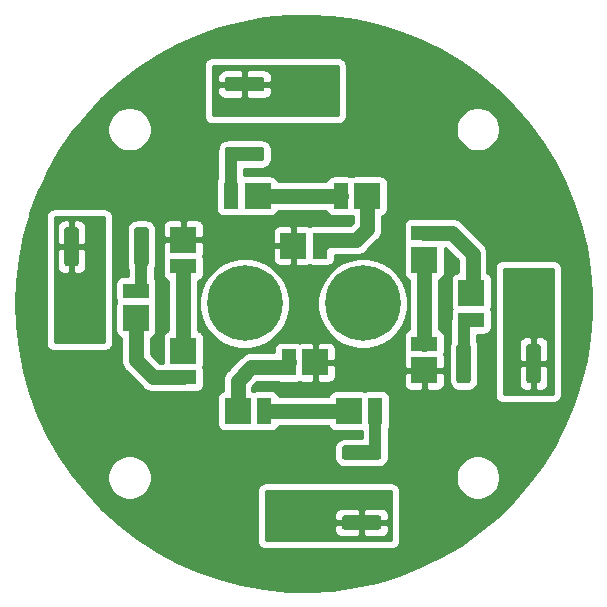
<source format=gbr>
%TF.GenerationSoftware,KiCad,Pcbnew,(5.1.9-0-10_14)*%
%TF.CreationDate,2021-06-06T22:43:36+01:00*%
%TF.ProjectId,gu10-12v-lamp,67753130-2d31-4327-962d-6c616d702e6b,rev?*%
%TF.SameCoordinates,Original*%
%TF.FileFunction,Copper,L1,Top*%
%TF.FilePolarity,Positive*%
%FSLAX46Y46*%
G04 Gerber Fmt 4.6, Leading zero omitted, Abs format (unit mm)*
G04 Created by KiCad (PCBNEW (5.1.9-0-10_14)) date 2021-06-06 22:43:36*
%MOMM*%
%LPD*%
G01*
G04 APERTURE LIST*
%TA.AperFunction,ComponentPad*%
%ADD10C,0.800000*%
%TD*%
%TA.AperFunction,ComponentPad*%
%ADD11C,6.400000*%
%TD*%
%TA.AperFunction,SMDPad,CuDef*%
%ADD12R,2.200000X1.250000*%
%TD*%
%TA.AperFunction,SMDPad,CuDef*%
%ADD13R,2.200000X2.200000*%
%TD*%
%TA.AperFunction,SMDPad,CuDef*%
%ADD14R,1.250000X2.200000*%
%TD*%
%TA.AperFunction,ViaPad*%
%ADD15C,0.800000*%
%TD*%
%TA.AperFunction,Conductor*%
%ADD16C,1.000000*%
%TD*%
%TA.AperFunction,Conductor*%
%ADD17C,1.250000*%
%TD*%
%TA.AperFunction,Conductor*%
%ADD18C,0.254000*%
%TD*%
%TA.AperFunction,Conductor*%
%ADD19C,0.100000*%
%TD*%
G04 APERTURE END LIST*
D10*
%TO.P,H2,1*%
%TO.N,Net-(D1-Pad3)*%
X156697056Y-98302944D03*
X155000000Y-97600000D03*
X153302944Y-98302944D03*
X152600000Y-100000000D03*
X153302944Y-101697056D03*
X155000000Y-102400000D03*
X156697056Y-101697056D03*
X157400000Y-100000000D03*
D11*
X155000000Y-100000000D03*
%TD*%
D10*
%TO.P,H1,1*%
%TO.N,Net-(D1-Pad4)*%
X146697056Y-98302944D03*
X145000000Y-97600000D03*
X143302944Y-98302944D03*
X142600000Y-100000000D03*
X143302944Y-101697056D03*
X145000000Y-102400000D03*
X146697056Y-101697056D03*
X147400000Y-100000000D03*
D11*
X145000000Y-100000000D03*
%TD*%
D12*
%TO.P,D13,2*%
%TO.N,Net-(D12-Pad1)*%
X139800000Y-96875000D03*
D13*
%TO.P,D13,1*%
%TO.N,GND*%
X139800000Y-94600000D03*
%TD*%
D12*
%TO.P,D12,2*%
%TO.N,Net-(D11-Pad1)*%
X139800000Y-106275000D03*
D13*
%TO.P,D12,1*%
%TO.N,Net-(D12-Pad1)*%
X139800000Y-104000000D03*
%TD*%
D12*
%TO.P,D11,2*%
%TO.N,Net-(D11-Pad2)*%
X135800000Y-98925000D03*
D13*
%TO.P,D11,1*%
%TO.N,Net-(D11-Pad1)*%
X135800000Y-101200000D03*
%TD*%
D14*
%TO.P,D10,2*%
%TO.N,Net-(D10-Pad2)*%
X148725000Y-105000000D03*
D13*
%TO.P,D10,1*%
%TO.N,GND*%
X151000000Y-105000000D03*
%TD*%
D12*
%TO.P,D9,2*%
%TO.N,Net-(D6-Pad1)*%
X160200000Y-103400000D03*
D13*
%TO.P,D9,1*%
%TO.N,GND*%
X160200000Y-105675000D03*
%TD*%
D14*
%TO.P,D8,2*%
%TO.N,Net-(D5-Pad1)*%
X151375000Y-95100000D03*
D13*
%TO.P,D8,1*%
%TO.N,GND*%
X149100000Y-95100000D03*
%TD*%
D14*
%TO.P,D7,2*%
%TO.N,Net-(D4-Pad1)*%
X146675000Y-109100000D03*
D13*
%TO.P,D7,1*%
%TO.N,Net-(D10-Pad2)*%
X144400000Y-109100000D03*
%TD*%
D12*
%TO.P,D6,2*%
%TO.N,Net-(D3-Pad1)*%
X160200000Y-94025000D03*
D13*
%TO.P,D6,1*%
%TO.N,Net-(D6-Pad1)*%
X160200000Y-96300000D03*
%TD*%
D14*
%TO.P,D5,2*%
%TO.N,Net-(D2-Pad1)*%
X153125000Y-90900000D03*
D13*
%TO.P,D5,1*%
%TO.N,Net-(D5-Pad1)*%
X155400000Y-90900000D03*
%TD*%
D14*
%TO.P,D4,2*%
%TO.N,Net-(D4-Pad2)*%
X156075000Y-109100000D03*
D13*
%TO.P,D4,1*%
%TO.N,Net-(D4-Pad1)*%
X153800000Y-109100000D03*
%TD*%
D12*
%TO.P,D3,2*%
%TO.N,Net-(D3-Pad2)*%
X164200000Y-101375000D03*
D13*
%TO.P,D3,1*%
%TO.N,Net-(D3-Pad1)*%
X164200000Y-99100000D03*
%TD*%
D14*
%TO.P,D2,2*%
%TO.N,Net-(D2-Pad2)*%
X143825000Y-90900000D03*
D13*
%TO.P,D2,1*%
%TO.N,Net-(D2-Pad1)*%
X146100000Y-90900000D03*
%TD*%
%TO.P,R4,2*%
%TO.N,+12V*%
%TA.AperFunction,SMDPad,CuDef*%
G36*
G01*
X130950000Y-93775000D02*
X130950000Y-96625000D01*
G75*
G02*
X130700000Y-96875000I-250000J0D01*
G01*
X129975000Y-96875000D01*
G75*
G02*
X129725000Y-96625000I0J250000D01*
G01*
X129725000Y-93775000D01*
G75*
G02*
X129975000Y-93525000I250000J0D01*
G01*
X130700000Y-93525000D01*
G75*
G02*
X130950000Y-93775000I0J-250000D01*
G01*
G37*
%TD.AperFunction*%
%TO.P,R4,1*%
%TO.N,Net-(D11-Pad2)*%
%TA.AperFunction,SMDPad,CuDef*%
G36*
G01*
X136875000Y-93775000D02*
X136875000Y-96625000D01*
G75*
G02*
X136625000Y-96875000I-250000J0D01*
G01*
X135900000Y-96875000D01*
G75*
G02*
X135650000Y-96625000I0J250000D01*
G01*
X135650000Y-93775000D01*
G75*
G02*
X135900000Y-93525000I250000J0D01*
G01*
X136625000Y-93525000D01*
G75*
G02*
X136875000Y-93775000I0J-250000D01*
G01*
G37*
%TD.AperFunction*%
%TD*%
%TO.P,R3,2*%
%TO.N,+12V*%
%TA.AperFunction,SMDPad,CuDef*%
G36*
G01*
X153475000Y-117950000D02*
X156325000Y-117950000D01*
G75*
G02*
X156575000Y-118200000I0J-250000D01*
G01*
X156575000Y-118925000D01*
G75*
G02*
X156325000Y-119175000I-250000J0D01*
G01*
X153475000Y-119175000D01*
G75*
G02*
X153225000Y-118925000I0J250000D01*
G01*
X153225000Y-118200000D01*
G75*
G02*
X153475000Y-117950000I250000J0D01*
G01*
G37*
%TD.AperFunction*%
%TO.P,R3,1*%
%TO.N,Net-(D4-Pad2)*%
%TA.AperFunction,SMDPad,CuDef*%
G36*
G01*
X153475000Y-112025000D02*
X156325000Y-112025000D01*
G75*
G02*
X156575000Y-112275000I0J-250000D01*
G01*
X156575000Y-113000000D01*
G75*
G02*
X156325000Y-113250000I-250000J0D01*
G01*
X153475000Y-113250000D01*
G75*
G02*
X153225000Y-113000000I0J250000D01*
G01*
X153225000Y-112275000D01*
G75*
G02*
X153475000Y-112025000I250000J0D01*
G01*
G37*
%TD.AperFunction*%
%TD*%
%TO.P,R2,2*%
%TO.N,+12V*%
%TA.AperFunction,SMDPad,CuDef*%
G36*
G01*
X168850000Y-106525000D02*
X168850000Y-103675000D01*
G75*
G02*
X169100000Y-103425000I250000J0D01*
G01*
X169825000Y-103425000D01*
G75*
G02*
X170075000Y-103675000I0J-250000D01*
G01*
X170075000Y-106525000D01*
G75*
G02*
X169825000Y-106775000I-250000J0D01*
G01*
X169100000Y-106775000D01*
G75*
G02*
X168850000Y-106525000I0J250000D01*
G01*
G37*
%TD.AperFunction*%
%TO.P,R2,1*%
%TO.N,Net-(D3-Pad2)*%
%TA.AperFunction,SMDPad,CuDef*%
G36*
G01*
X162925000Y-106525000D02*
X162925000Y-103675000D01*
G75*
G02*
X163175000Y-103425000I250000J0D01*
G01*
X163900000Y-103425000D01*
G75*
G02*
X164150000Y-103675000I0J-250000D01*
G01*
X164150000Y-106525000D01*
G75*
G02*
X163900000Y-106775000I-250000J0D01*
G01*
X163175000Y-106775000D01*
G75*
G02*
X162925000Y-106525000I0J250000D01*
G01*
G37*
%TD.AperFunction*%
%TD*%
%TO.P,R1,2*%
%TO.N,+12V*%
%TA.AperFunction,SMDPad,CuDef*%
G36*
G01*
X146425000Y-82050000D02*
X143575000Y-82050000D01*
G75*
G02*
X143325000Y-81800000I0J250000D01*
G01*
X143325000Y-81075000D01*
G75*
G02*
X143575000Y-80825000I250000J0D01*
G01*
X146425000Y-80825000D01*
G75*
G02*
X146675000Y-81075000I0J-250000D01*
G01*
X146675000Y-81800000D01*
G75*
G02*
X146425000Y-82050000I-250000J0D01*
G01*
G37*
%TD.AperFunction*%
%TO.P,R1,1*%
%TO.N,Net-(D2-Pad2)*%
%TA.AperFunction,SMDPad,CuDef*%
G36*
G01*
X146425000Y-87975000D02*
X143575000Y-87975000D01*
G75*
G02*
X143325000Y-87725000I0J250000D01*
G01*
X143325000Y-87000000D01*
G75*
G02*
X143575000Y-86750000I250000J0D01*
G01*
X146425000Y-86750000D01*
G75*
G02*
X146675000Y-87000000I0J-250000D01*
G01*
X146675000Y-87725000D01*
G75*
G02*
X146425000Y-87975000I-250000J0D01*
G01*
G37*
%TD.AperFunction*%
%TD*%
D15*
%TO.N,GND*%
X154060000Y-88490000D03*
X155060000Y-88490000D03*
X156060000Y-88490000D03*
X157260000Y-87170000D03*
X158160000Y-86670000D03*
X158160000Y-85670000D03*
X157260000Y-86170000D03*
X157260000Y-85170000D03*
X160200000Y-92000000D03*
X161100000Y-90500000D03*
X158400000Y-90000000D03*
X162000000Y-91000000D03*
X162000000Y-90000000D03*
X158400000Y-92000000D03*
X158400000Y-91000000D03*
X160200000Y-90000000D03*
X161100000Y-91500000D03*
X159300000Y-91500000D03*
X160200000Y-91000000D03*
X159300000Y-90500000D03*
X138000000Y-108100000D03*
X139800000Y-108100000D03*
X138900000Y-109600000D03*
X141600000Y-110100000D03*
X138000000Y-109100000D03*
X138000000Y-110100000D03*
X141600000Y-108100000D03*
X141600000Y-109100000D03*
X139800000Y-110100000D03*
X138900000Y-108600000D03*
X140700000Y-108600000D03*
X139800000Y-109100000D03*
X140700000Y-109600000D03*
%TO.N,+12V*%
X151500000Y-119000000D03*
X148800000Y-118500000D03*
X149700000Y-117000000D03*
X151500000Y-118000000D03*
X149700000Y-118000000D03*
X147900000Y-119000000D03*
X147900000Y-117000000D03*
X150600000Y-117500000D03*
X147900000Y-118000000D03*
X151500000Y-117000000D03*
X148800000Y-117500000D03*
X150600000Y-118500000D03*
X149700000Y-119000000D03*
X131400000Y-99500000D03*
X130900000Y-98600000D03*
X130400000Y-99500000D03*
X131400000Y-101300000D03*
X131900000Y-100400000D03*
X129900000Y-100400000D03*
X129900000Y-98600000D03*
X131900000Y-102200000D03*
X129900000Y-102200000D03*
X130400000Y-101300000D03*
X131900000Y-98600000D03*
X130900000Y-100400000D03*
X130900000Y-102200000D03*
X168450000Y-100900000D03*
X168950000Y-101800000D03*
X169450000Y-100900000D03*
X168450000Y-99100000D03*
X167950000Y-100000000D03*
X169950000Y-100000000D03*
X169950000Y-101800000D03*
X167950000Y-98200000D03*
X169950000Y-98200000D03*
X169450000Y-99100000D03*
X167950000Y-101800000D03*
X168950000Y-100000000D03*
X168950000Y-98200000D03*
X151800000Y-83100000D03*
X150000000Y-83100000D03*
X150900000Y-81600000D03*
X148200000Y-81100000D03*
X151800000Y-82100000D03*
X151800000Y-81100000D03*
X148200000Y-83100000D03*
X148200000Y-82100000D03*
X150000000Y-81100000D03*
X150900000Y-82600000D03*
X149100000Y-82600000D03*
X150000000Y-82100000D03*
X149100000Y-81600000D03*
%TO.N,GND*%
X141900000Y-92300000D03*
X140100000Y-92300000D03*
X141000000Y-90800000D03*
X138300000Y-90300000D03*
X141900000Y-91300000D03*
X141900000Y-90300000D03*
X138300000Y-92300000D03*
X138300000Y-91300000D03*
X140100000Y-90300000D03*
X141000000Y-91800000D03*
X139200000Y-91800000D03*
X140100000Y-91300000D03*
X139200000Y-90800000D03*
X162000000Y-110100000D03*
X160200000Y-110100000D03*
X161100000Y-108600000D03*
X158400000Y-108100000D03*
X162000000Y-109100000D03*
X162000000Y-108100000D03*
X158400000Y-110100000D03*
X158400000Y-109100000D03*
X160200000Y-108100000D03*
X161100000Y-109600000D03*
X159300000Y-109600000D03*
X160200000Y-109100000D03*
X159300000Y-108600000D03*
X155200000Y-105200000D03*
X155200000Y-104200000D03*
X155200000Y-106200000D03*
X157000000Y-104200000D03*
X156100000Y-104700000D03*
X154300000Y-104700000D03*
X156100000Y-105700000D03*
X153400000Y-105200000D03*
X153400000Y-104200000D03*
X153400000Y-106200000D03*
X154300000Y-105700000D03*
X157000000Y-105200000D03*
X157000000Y-106200000D03*
X146600000Y-93800000D03*
X146600000Y-94800000D03*
X146600000Y-95800000D03*
X145700000Y-95300000D03*
X145700000Y-94300000D03*
X144800000Y-93800000D03*
X144800000Y-94800000D03*
X144800000Y-95800000D03*
X143000000Y-94800000D03*
X143000000Y-93800000D03*
X143000000Y-95800000D03*
X143900000Y-94300000D03*
X143900000Y-95300000D03*
X162000000Y-92000000D03*
%TD*%
D16*
%TO.N,Net-(D2-Pad2)*%
X143825000Y-90900000D02*
X143825000Y-87475000D01*
D17*
%TO.N,Net-(D2-Pad1)*%
X153125000Y-90900000D02*
X146300000Y-90900000D01*
D16*
%TO.N,Net-(D3-Pad2)*%
X163537500Y-105100000D02*
X163537500Y-101662500D01*
D17*
%TO.N,Net-(D3-Pad1)*%
X160200000Y-94025000D02*
X162525000Y-94025000D01*
X162525000Y-94025000D02*
X164300000Y-95800000D01*
X164300000Y-95800000D02*
X164300000Y-99200000D01*
D16*
%TO.N,Net-(D4-Pad2)*%
X156075000Y-109100000D02*
X156075000Y-112675000D01*
D17*
%TO.N,Net-(D4-Pad1)*%
X153800000Y-109100000D02*
X146900000Y-109100000D01*
%TO.N,Net-(D5-Pad1)*%
X154454321Y-94650000D02*
X155400000Y-93704321D01*
X155400000Y-93704321D02*
X155400000Y-91200000D01*
X151825000Y-94650000D02*
X154454321Y-94650000D01*
X151375000Y-95100000D02*
X151825000Y-94650000D01*
%TO.N,Net-(D6-Pad1)*%
X160200000Y-103400000D02*
X160200000Y-96600000D01*
%TO.N,Net-(D10-Pad2)*%
X144400000Y-106561114D02*
X144400000Y-108900000D01*
X145561114Y-105400000D02*
X144400000Y-106561114D01*
X148325000Y-105400000D02*
X145561114Y-105400000D01*
X148725000Y-105000000D02*
X148325000Y-105400000D01*
D16*
%TO.N,Net-(D11-Pad2)*%
X136262500Y-95200000D02*
X136262500Y-95537500D01*
X136262500Y-95200000D02*
X136262500Y-98762500D01*
D17*
%TO.N,Net-(D11-Pad1)*%
X139800000Y-106275000D02*
X137275000Y-106275000D01*
X137275000Y-106275000D02*
X135800000Y-104800000D01*
X135800000Y-104800000D02*
X135800000Y-101400000D01*
%TO.N,Net-(D12-Pad1)*%
X139800000Y-96875000D02*
X139800000Y-103500000D01*
%TD*%
D18*
%TO.N,GND*%
X152417822Y-75760294D02*
X154336027Y-76029016D01*
X156226819Y-76449290D01*
X158078243Y-77018460D01*
X159878594Y-77732926D01*
X161616489Y-78588171D01*
X163280940Y-79578790D01*
X164861426Y-80698517D01*
X166347952Y-81940275D01*
X167731122Y-83296212D01*
X169002190Y-84757756D01*
X170153120Y-86315667D01*
X171176635Y-87960094D01*
X172066265Y-89680641D01*
X172816385Y-91466431D01*
X173422252Y-93306172D01*
X173880036Y-95188234D01*
X174186843Y-97100718D01*
X174340733Y-99031532D01*
X174340733Y-100968468D01*
X174186843Y-102899282D01*
X173880036Y-104811766D01*
X173422252Y-106693828D01*
X172816385Y-108533569D01*
X172066265Y-110319359D01*
X171176635Y-112039906D01*
X170153120Y-113684333D01*
X169002190Y-115242244D01*
X167731122Y-116703788D01*
X166347952Y-118059725D01*
X164861426Y-119301483D01*
X163280940Y-120421210D01*
X161616489Y-121411829D01*
X159878594Y-122267074D01*
X158078243Y-122981540D01*
X156226819Y-123550710D01*
X154336027Y-123970984D01*
X152417822Y-124239706D01*
X150484330Y-124355177D01*
X148547776Y-124316666D01*
X146620404Y-124124418D01*
X144714398Y-123779647D01*
X142841810Y-123284534D01*
X141014478Y-122642208D01*
X139243955Y-121856731D01*
X137541436Y-120933069D01*
X135917683Y-119877061D01*
X134382964Y-118695384D01*
X132946981Y-117395509D01*
X131618812Y-115985654D01*
X130478736Y-114564344D01*
X133365000Y-114564344D01*
X133365000Y-114935656D01*
X133437439Y-115299834D01*
X133579534Y-115642882D01*
X133785825Y-115951618D01*
X134048382Y-116214175D01*
X134357118Y-116420466D01*
X134700166Y-116562561D01*
X135064344Y-116635000D01*
X135435656Y-116635000D01*
X135799834Y-116562561D01*
X136142882Y-116420466D01*
X136451618Y-116214175D01*
X136714175Y-115951618D01*
X136815483Y-115800000D01*
X146065000Y-115800000D01*
X146065000Y-120200000D01*
X146077201Y-120323882D01*
X146113336Y-120443004D01*
X146172017Y-120552787D01*
X146250987Y-120649013D01*
X146347213Y-120727983D01*
X146456996Y-120786664D01*
X146576118Y-120822799D01*
X146700000Y-120835000D01*
X157500000Y-120835000D01*
X157623882Y-120822799D01*
X157743004Y-120786664D01*
X157852787Y-120727983D01*
X157949013Y-120649013D01*
X158027983Y-120552787D01*
X158086664Y-120443004D01*
X158122799Y-120323882D01*
X158135000Y-120200000D01*
X158135000Y-115800000D01*
X158122799Y-115676118D01*
X158086664Y-115556996D01*
X158027983Y-115447213D01*
X157949013Y-115350987D01*
X157852787Y-115272017D01*
X157743004Y-115213336D01*
X157623882Y-115177201D01*
X157500000Y-115165000D01*
X146700000Y-115165000D01*
X146576118Y-115177201D01*
X146456996Y-115213336D01*
X146347213Y-115272017D01*
X146250987Y-115350987D01*
X146172017Y-115447213D01*
X146113336Y-115556996D01*
X146077201Y-115676118D01*
X146065000Y-115800000D01*
X136815483Y-115800000D01*
X136920466Y-115642882D01*
X137062561Y-115299834D01*
X137135000Y-114935656D01*
X137135000Y-114564344D01*
X162865000Y-114564344D01*
X162865000Y-114935656D01*
X162937439Y-115299834D01*
X163079534Y-115642882D01*
X163285825Y-115951618D01*
X163548382Y-116214175D01*
X163857118Y-116420466D01*
X164200166Y-116562561D01*
X164564344Y-116635000D01*
X164935656Y-116635000D01*
X165299834Y-116562561D01*
X165642882Y-116420466D01*
X165951618Y-116214175D01*
X166214175Y-115951618D01*
X166420466Y-115642882D01*
X166562561Y-115299834D01*
X166635000Y-114935656D01*
X166635000Y-114564344D01*
X166562561Y-114200166D01*
X166420466Y-113857118D01*
X166214175Y-113548382D01*
X165951618Y-113285825D01*
X165642882Y-113079534D01*
X165299834Y-112937439D01*
X164935656Y-112865000D01*
X164564344Y-112865000D01*
X164200166Y-112937439D01*
X163857118Y-113079534D01*
X163548382Y-113285825D01*
X163285825Y-113548382D01*
X163079534Y-113857118D01*
X162937439Y-114200166D01*
X162865000Y-114564344D01*
X137135000Y-114564344D01*
X137062561Y-114200166D01*
X136920466Y-113857118D01*
X136714175Y-113548382D01*
X136451618Y-113285825D01*
X136142882Y-113079534D01*
X135799834Y-112937439D01*
X135435656Y-112865000D01*
X135064344Y-112865000D01*
X134700166Y-112937439D01*
X134357118Y-113079534D01*
X134048382Y-113285825D01*
X133785825Y-113548382D01*
X133579534Y-113857118D01*
X133437439Y-114200166D01*
X133365000Y-114564344D01*
X130478736Y-114564344D01*
X130406855Y-114474732D01*
X129318772Y-112872297D01*
X128361443Y-111188478D01*
X127540919Y-109433923D01*
X127004617Y-108000000D01*
X142661928Y-108000000D01*
X142661928Y-110200000D01*
X142674188Y-110324482D01*
X142710498Y-110444180D01*
X142769463Y-110554494D01*
X142848815Y-110651185D01*
X142945506Y-110730537D01*
X143055820Y-110789502D01*
X143175518Y-110825812D01*
X143300000Y-110838072D01*
X145500000Y-110838072D01*
X145624482Y-110825812D01*
X145744180Y-110789502D01*
X145775000Y-110773028D01*
X145805820Y-110789502D01*
X145925518Y-110825812D01*
X146050000Y-110838072D01*
X147300000Y-110838072D01*
X147424482Y-110825812D01*
X147544180Y-110789502D01*
X147654494Y-110730537D01*
X147751185Y-110651185D01*
X147830537Y-110554494D01*
X147889502Y-110444180D01*
X147915038Y-110360000D01*
X152084962Y-110360000D01*
X152110498Y-110444180D01*
X152169463Y-110554494D01*
X152248815Y-110651185D01*
X152345506Y-110730537D01*
X152455820Y-110789502D01*
X152575518Y-110825812D01*
X152700000Y-110838072D01*
X154900000Y-110838072D01*
X154940000Y-110834132D01*
X154940001Y-111386928D01*
X153475000Y-111386928D01*
X153301746Y-111403992D01*
X153135150Y-111454528D01*
X152981614Y-111536595D01*
X152847038Y-111647038D01*
X152736595Y-111781614D01*
X152654528Y-111935150D01*
X152603992Y-112101746D01*
X152586928Y-112275000D01*
X152586928Y-113000000D01*
X152603992Y-113173254D01*
X152654528Y-113339850D01*
X152736595Y-113493386D01*
X152847038Y-113627962D01*
X152981614Y-113738405D01*
X153135150Y-113820472D01*
X153301746Y-113871008D01*
X153475000Y-113888072D01*
X156325000Y-113888072D01*
X156498254Y-113871008D01*
X156664850Y-113820472D01*
X156818386Y-113738405D01*
X156952962Y-113627962D01*
X157063405Y-113493386D01*
X157145472Y-113339850D01*
X157196008Y-113173254D01*
X157213072Y-113000000D01*
X157213072Y-112275000D01*
X157210000Y-112243809D01*
X157210000Y-110579518D01*
X157230537Y-110554494D01*
X157289502Y-110444180D01*
X157325812Y-110324482D01*
X157338072Y-110200000D01*
X157338072Y-108000000D01*
X157325812Y-107875518D01*
X157289502Y-107755820D01*
X157230537Y-107645506D01*
X157151185Y-107548815D01*
X157054494Y-107469463D01*
X156944180Y-107410498D01*
X156824482Y-107374188D01*
X156700000Y-107361928D01*
X155450000Y-107361928D01*
X155325518Y-107374188D01*
X155205820Y-107410498D01*
X155175000Y-107426972D01*
X155144180Y-107410498D01*
X155024482Y-107374188D01*
X154900000Y-107361928D01*
X152700000Y-107361928D01*
X152575518Y-107374188D01*
X152455820Y-107410498D01*
X152345506Y-107469463D01*
X152248815Y-107548815D01*
X152169463Y-107645506D01*
X152110498Y-107755820D01*
X152084962Y-107840000D01*
X147915038Y-107840000D01*
X147889502Y-107755820D01*
X147830537Y-107645506D01*
X147751185Y-107548815D01*
X147654494Y-107469463D01*
X147544180Y-107410498D01*
X147424482Y-107374188D01*
X147300000Y-107361928D01*
X146050000Y-107361928D01*
X145925518Y-107374188D01*
X145805820Y-107410498D01*
X145775000Y-107426972D01*
X145744180Y-107410498D01*
X145660000Y-107384962D01*
X145660000Y-107083022D01*
X145968022Y-106775000D01*
X158461928Y-106775000D01*
X158474188Y-106899482D01*
X158510498Y-107019180D01*
X158569463Y-107129494D01*
X158648815Y-107226185D01*
X158745506Y-107305537D01*
X158855820Y-107364502D01*
X158975518Y-107400812D01*
X159100000Y-107413072D01*
X159914250Y-107410000D01*
X160073000Y-107251250D01*
X160073000Y-105802000D01*
X160327000Y-105802000D01*
X160327000Y-107251250D01*
X160485750Y-107410000D01*
X161300000Y-107413072D01*
X161424482Y-107400812D01*
X161544180Y-107364502D01*
X161654494Y-107305537D01*
X161751185Y-107226185D01*
X161830537Y-107129494D01*
X161889502Y-107019180D01*
X161925812Y-106899482D01*
X161938072Y-106775000D01*
X161935000Y-105960750D01*
X161776250Y-105802000D01*
X160327000Y-105802000D01*
X160073000Y-105802000D01*
X158623750Y-105802000D01*
X158465000Y-105960750D01*
X158461928Y-106775000D01*
X145968022Y-106775000D01*
X146083023Y-106660000D01*
X147800627Y-106660000D01*
X147855820Y-106689502D01*
X147975518Y-106725812D01*
X148100000Y-106738072D01*
X149350000Y-106738072D01*
X149474482Y-106725812D01*
X149594180Y-106689502D01*
X149625000Y-106673028D01*
X149655820Y-106689502D01*
X149775518Y-106725812D01*
X149900000Y-106738072D01*
X150714250Y-106735000D01*
X150873000Y-106576250D01*
X150873000Y-105127000D01*
X151127000Y-105127000D01*
X151127000Y-106576250D01*
X151285750Y-106735000D01*
X152100000Y-106738072D01*
X152224482Y-106725812D01*
X152344180Y-106689502D01*
X152454494Y-106630537D01*
X152551185Y-106551185D01*
X152630537Y-106454494D01*
X152689502Y-106344180D01*
X152725812Y-106224482D01*
X152738072Y-106100000D01*
X152735000Y-105285750D01*
X152576250Y-105127000D01*
X151127000Y-105127000D01*
X150873000Y-105127000D01*
X150853000Y-105127000D01*
X150853000Y-104873000D01*
X150873000Y-104873000D01*
X150873000Y-103423750D01*
X151127000Y-103423750D01*
X151127000Y-104873000D01*
X152576250Y-104873000D01*
X152735000Y-104714250D01*
X152738072Y-103900000D01*
X152725812Y-103775518D01*
X152689502Y-103655820D01*
X152630537Y-103545506D01*
X152551185Y-103448815D01*
X152454494Y-103369463D01*
X152344180Y-103310498D01*
X152224482Y-103274188D01*
X152100000Y-103261928D01*
X151285750Y-103265000D01*
X151127000Y-103423750D01*
X150873000Y-103423750D01*
X150714250Y-103265000D01*
X149900000Y-103261928D01*
X149775518Y-103274188D01*
X149655820Y-103310498D01*
X149625000Y-103326972D01*
X149594180Y-103310498D01*
X149474482Y-103274188D01*
X149350000Y-103261928D01*
X148100000Y-103261928D01*
X147975518Y-103274188D01*
X147855820Y-103310498D01*
X147745506Y-103369463D01*
X147648815Y-103448815D01*
X147569463Y-103545506D01*
X147510498Y-103655820D01*
X147474188Y-103775518D01*
X147461928Y-103900000D01*
X147461928Y-104140000D01*
X145622996Y-104140000D01*
X145561113Y-104133905D01*
X145499230Y-104140000D01*
X145499221Y-104140000D01*
X145314111Y-104158232D01*
X145076600Y-104230280D01*
X144857709Y-104347280D01*
X144665849Y-104504735D01*
X144626395Y-104552811D01*
X143552815Y-105626391D01*
X143504735Y-105665849D01*
X143413603Y-105776894D01*
X143347280Y-105857709D01*
X143321228Y-105906449D01*
X143230280Y-106076601D01*
X143158232Y-106314112D01*
X143140000Y-106499222D01*
X143140000Y-106499231D01*
X143133905Y-106561114D01*
X143140000Y-106622997D01*
X143140000Y-107384962D01*
X143055820Y-107410498D01*
X142945506Y-107469463D01*
X142848815Y-107548815D01*
X142769463Y-107645506D01*
X142710498Y-107755820D01*
X142674188Y-107875518D01*
X142661928Y-108000000D01*
X127004617Y-108000000D01*
X126862389Y-107619723D01*
X126330143Y-105757349D01*
X125947545Y-103858575D01*
X125717014Y-101935405D01*
X125640008Y-100000000D01*
X125717014Y-98064595D01*
X125947545Y-96141425D01*
X126330143Y-94242651D01*
X126799594Y-92600000D01*
X128165000Y-92600000D01*
X128165000Y-103400000D01*
X128177201Y-103523882D01*
X128213336Y-103643004D01*
X128272017Y-103752787D01*
X128350987Y-103849013D01*
X128447213Y-103927983D01*
X128556996Y-103986664D01*
X128676118Y-104022799D01*
X128800000Y-104035000D01*
X133200000Y-104035000D01*
X133323882Y-104022799D01*
X133443004Y-103986664D01*
X133552787Y-103927983D01*
X133649013Y-103849013D01*
X133727983Y-103752787D01*
X133786664Y-103643004D01*
X133822799Y-103523882D01*
X133835000Y-103400000D01*
X133835000Y-98300000D01*
X134061928Y-98300000D01*
X134061928Y-99550000D01*
X134074188Y-99674482D01*
X134110498Y-99794180D01*
X134126972Y-99825000D01*
X134110498Y-99855820D01*
X134074188Y-99975518D01*
X134061928Y-100100000D01*
X134061928Y-102300000D01*
X134074188Y-102424482D01*
X134110498Y-102544180D01*
X134169463Y-102654494D01*
X134248815Y-102751185D01*
X134345506Y-102830537D01*
X134455820Y-102889502D01*
X134540001Y-102915038D01*
X134540000Y-104738117D01*
X134533905Y-104800000D01*
X134540000Y-104861883D01*
X134540000Y-104861892D01*
X134558232Y-105047002D01*
X134591221Y-105155751D01*
X134630280Y-105284513D01*
X134747280Y-105503405D01*
X134803242Y-105571594D01*
X134904735Y-105695265D01*
X134952815Y-105734723D01*
X136340281Y-107122190D01*
X136379735Y-107170265D01*
X136427810Y-107209719D01*
X136571594Y-107327720D01*
X136790486Y-107444720D01*
X137027997Y-107516768D01*
X137213107Y-107535000D01*
X137213116Y-107535000D01*
X137274999Y-107541095D01*
X137336882Y-107535000D01*
X138668808Y-107535000D01*
X138700000Y-107538072D01*
X140900000Y-107538072D01*
X141024482Y-107525812D01*
X141144180Y-107489502D01*
X141254494Y-107430537D01*
X141351185Y-107351185D01*
X141430537Y-107254494D01*
X141489502Y-107144180D01*
X141525812Y-107024482D01*
X141538072Y-106900000D01*
X141538072Y-105650000D01*
X141525812Y-105525518D01*
X141489502Y-105405820D01*
X141473028Y-105375000D01*
X141489502Y-105344180D01*
X141525812Y-105224482D01*
X141538072Y-105100000D01*
X141538072Y-102900000D01*
X141525812Y-102775518D01*
X141489502Y-102655820D01*
X141430537Y-102545506D01*
X141351185Y-102448815D01*
X141254494Y-102369463D01*
X141144180Y-102310498D01*
X141060000Y-102284962D01*
X141060000Y-99622285D01*
X141165000Y-99622285D01*
X141165000Y-100377715D01*
X141312377Y-101118628D01*
X141601467Y-101816554D01*
X142021161Y-102444670D01*
X142555330Y-102978839D01*
X143183446Y-103398533D01*
X143881372Y-103687623D01*
X144622285Y-103835000D01*
X145377715Y-103835000D01*
X146118628Y-103687623D01*
X146816554Y-103398533D01*
X147444670Y-102978839D01*
X147978839Y-102444670D01*
X148398533Y-101816554D01*
X148687623Y-101118628D01*
X148835000Y-100377715D01*
X148835000Y-99622285D01*
X151165000Y-99622285D01*
X151165000Y-100377715D01*
X151312377Y-101118628D01*
X151601467Y-101816554D01*
X152021161Y-102444670D01*
X152555330Y-102978839D01*
X153183446Y-103398533D01*
X153881372Y-103687623D01*
X154622285Y-103835000D01*
X155377715Y-103835000D01*
X156118628Y-103687623D01*
X156816554Y-103398533D01*
X157444670Y-102978839D01*
X157978839Y-102444670D01*
X158398533Y-101816554D01*
X158687623Y-101118628D01*
X158835000Y-100377715D01*
X158835000Y-99622285D01*
X158687623Y-98881372D01*
X158398533Y-98183446D01*
X157978839Y-97555330D01*
X157444670Y-97021161D01*
X156816554Y-96601467D01*
X156118628Y-96312377D01*
X155377715Y-96165000D01*
X154622285Y-96165000D01*
X153881372Y-96312377D01*
X153183446Y-96601467D01*
X152555330Y-97021161D01*
X152021161Y-97555330D01*
X151601467Y-98183446D01*
X151312377Y-98881372D01*
X151165000Y-99622285D01*
X148835000Y-99622285D01*
X148687623Y-98881372D01*
X148398533Y-98183446D01*
X147978839Y-97555330D01*
X147444670Y-97021161D01*
X146816554Y-96601467D01*
X146118628Y-96312377D01*
X145553672Y-96200000D01*
X147361928Y-96200000D01*
X147374188Y-96324482D01*
X147410498Y-96444180D01*
X147469463Y-96554494D01*
X147548815Y-96651185D01*
X147645506Y-96730537D01*
X147755820Y-96789502D01*
X147875518Y-96825812D01*
X148000000Y-96838072D01*
X148814250Y-96835000D01*
X148973000Y-96676250D01*
X148973000Y-95227000D01*
X147523750Y-95227000D01*
X147365000Y-95385750D01*
X147361928Y-96200000D01*
X145553672Y-96200000D01*
X145377715Y-96165000D01*
X144622285Y-96165000D01*
X143881372Y-96312377D01*
X143183446Y-96601467D01*
X142555330Y-97021161D01*
X142021161Y-97555330D01*
X141601467Y-98183446D01*
X141312377Y-98881372D01*
X141165000Y-99622285D01*
X141060000Y-99622285D01*
X141060000Y-98115038D01*
X141144180Y-98089502D01*
X141254494Y-98030537D01*
X141351185Y-97951185D01*
X141430537Y-97854494D01*
X141489502Y-97744180D01*
X141525812Y-97624482D01*
X141538072Y-97500000D01*
X141538072Y-96250000D01*
X141525812Y-96125518D01*
X141489502Y-96005820D01*
X141473028Y-95975000D01*
X141489502Y-95944180D01*
X141525812Y-95824482D01*
X141538072Y-95700000D01*
X141535000Y-94885750D01*
X141376250Y-94727000D01*
X139927000Y-94727000D01*
X139927000Y-94747000D01*
X139673000Y-94747000D01*
X139673000Y-94727000D01*
X138223750Y-94727000D01*
X138065000Y-94885750D01*
X138061928Y-95700000D01*
X138074188Y-95824482D01*
X138110498Y-95944180D01*
X138126972Y-95975000D01*
X138110498Y-96005820D01*
X138074188Y-96125518D01*
X138061928Y-96250000D01*
X138061928Y-97500000D01*
X138074188Y-97624482D01*
X138110498Y-97744180D01*
X138169463Y-97854494D01*
X138248815Y-97951185D01*
X138345506Y-98030537D01*
X138455820Y-98089502D01*
X138540000Y-98115038D01*
X138540001Y-102284962D01*
X138455820Y-102310498D01*
X138345506Y-102369463D01*
X138248815Y-102448815D01*
X138169463Y-102545506D01*
X138110498Y-102655820D01*
X138074188Y-102775518D01*
X138061928Y-102900000D01*
X138061928Y-105015000D01*
X137796909Y-105015000D01*
X137060000Y-104278092D01*
X137060000Y-102915038D01*
X137144180Y-102889502D01*
X137254494Y-102830537D01*
X137351185Y-102751185D01*
X137430537Y-102654494D01*
X137489502Y-102544180D01*
X137525812Y-102424482D01*
X137538072Y-102300000D01*
X137538072Y-100100000D01*
X137525812Y-99975518D01*
X137489502Y-99855820D01*
X137473028Y-99825000D01*
X137489502Y-99794180D01*
X137525812Y-99674482D01*
X137538072Y-99550000D01*
X137538072Y-98300000D01*
X137525812Y-98175518D01*
X137489502Y-98055820D01*
X137430537Y-97945506D01*
X137397500Y-97905250D01*
X137397500Y-97054599D01*
X137445472Y-96964850D01*
X137496008Y-96798254D01*
X137513072Y-96625000D01*
X137513072Y-93775000D01*
X137496008Y-93601746D01*
X137465144Y-93500000D01*
X138061928Y-93500000D01*
X138065000Y-94314250D01*
X138223750Y-94473000D01*
X139673000Y-94473000D01*
X139673000Y-93023750D01*
X139927000Y-93023750D01*
X139927000Y-94473000D01*
X141376250Y-94473000D01*
X141535000Y-94314250D01*
X141536185Y-94000000D01*
X147361928Y-94000000D01*
X147365000Y-94814250D01*
X147523750Y-94973000D01*
X148973000Y-94973000D01*
X148973000Y-93523750D01*
X148814250Y-93365000D01*
X148000000Y-93361928D01*
X147875518Y-93374188D01*
X147755820Y-93410498D01*
X147645506Y-93469463D01*
X147548815Y-93548815D01*
X147469463Y-93645506D01*
X147410498Y-93755820D01*
X147374188Y-93875518D01*
X147361928Y-94000000D01*
X141536185Y-94000000D01*
X141538072Y-93500000D01*
X141525812Y-93375518D01*
X141489502Y-93255820D01*
X141430537Y-93145506D01*
X141351185Y-93048815D01*
X141254494Y-92969463D01*
X141144180Y-92910498D01*
X141024482Y-92874188D01*
X140900000Y-92861928D01*
X140085750Y-92865000D01*
X139927000Y-93023750D01*
X139673000Y-93023750D01*
X139514250Y-92865000D01*
X138700000Y-92861928D01*
X138575518Y-92874188D01*
X138455820Y-92910498D01*
X138345506Y-92969463D01*
X138248815Y-93048815D01*
X138169463Y-93145506D01*
X138110498Y-93255820D01*
X138074188Y-93375518D01*
X138061928Y-93500000D01*
X137465144Y-93500000D01*
X137445472Y-93435150D01*
X137363405Y-93281614D01*
X137252962Y-93147038D01*
X137118386Y-93036595D01*
X136964850Y-92954528D01*
X136798254Y-92903992D01*
X136625000Y-92886928D01*
X135900000Y-92886928D01*
X135726746Y-92903992D01*
X135560150Y-92954528D01*
X135406614Y-93036595D01*
X135272038Y-93147038D01*
X135161595Y-93281614D01*
X135079528Y-93435150D01*
X135028992Y-93601746D01*
X135011928Y-93775000D01*
X135011928Y-96625000D01*
X135028992Y-96798254D01*
X135079528Y-96964850D01*
X135127501Y-97054600D01*
X135127501Y-97661928D01*
X134700000Y-97661928D01*
X134575518Y-97674188D01*
X134455820Y-97710498D01*
X134345506Y-97769463D01*
X134248815Y-97848815D01*
X134169463Y-97945506D01*
X134110498Y-98055820D01*
X134074188Y-98175518D01*
X134061928Y-98300000D01*
X133835000Y-98300000D01*
X133835000Y-92600000D01*
X133822799Y-92476118D01*
X133786664Y-92356996D01*
X133727983Y-92247213D01*
X133649013Y-92150987D01*
X133552787Y-92072017D01*
X133443004Y-92013336D01*
X133323882Y-91977201D01*
X133200000Y-91965000D01*
X128800000Y-91965000D01*
X128676118Y-91977201D01*
X128556996Y-92013336D01*
X128447213Y-92072017D01*
X128350987Y-92150987D01*
X128272017Y-92247213D01*
X128213336Y-92356996D01*
X128177201Y-92476118D01*
X128165000Y-92600000D01*
X126799594Y-92600000D01*
X126862389Y-92380277D01*
X127540919Y-90566077D01*
X127899177Y-89800000D01*
X142561928Y-89800000D01*
X142561928Y-92000000D01*
X142574188Y-92124482D01*
X142610498Y-92244180D01*
X142669463Y-92354494D01*
X142748815Y-92451185D01*
X142845506Y-92530537D01*
X142955820Y-92589502D01*
X143075518Y-92625812D01*
X143200000Y-92638072D01*
X144450000Y-92638072D01*
X144574482Y-92625812D01*
X144694180Y-92589502D01*
X144725000Y-92573028D01*
X144755820Y-92589502D01*
X144875518Y-92625812D01*
X145000000Y-92638072D01*
X147200000Y-92638072D01*
X147324482Y-92625812D01*
X147444180Y-92589502D01*
X147554494Y-92530537D01*
X147651185Y-92451185D01*
X147730537Y-92354494D01*
X147789502Y-92244180D01*
X147815038Y-92160000D01*
X151884962Y-92160000D01*
X151910498Y-92244180D01*
X151969463Y-92354494D01*
X152048815Y-92451185D01*
X152145506Y-92530537D01*
X152255820Y-92589502D01*
X152375518Y-92625812D01*
X152500000Y-92638072D01*
X153750000Y-92638072D01*
X153874482Y-92625812D01*
X153994180Y-92589502D01*
X154025000Y-92573028D01*
X154055820Y-92589502D01*
X154140000Y-92615038D01*
X154140000Y-93182412D01*
X153932413Y-93390000D01*
X152176607Y-93390000D01*
X152124482Y-93374188D01*
X152000000Y-93361928D01*
X150750000Y-93361928D01*
X150625518Y-93374188D01*
X150505820Y-93410498D01*
X150475000Y-93426972D01*
X150444180Y-93410498D01*
X150324482Y-93374188D01*
X150200000Y-93361928D01*
X149385750Y-93365000D01*
X149227000Y-93523750D01*
X149227000Y-94973000D01*
X149247000Y-94973000D01*
X149247000Y-95227000D01*
X149227000Y-95227000D01*
X149227000Y-96676250D01*
X149385750Y-96835000D01*
X150200000Y-96838072D01*
X150324482Y-96825812D01*
X150444180Y-96789502D01*
X150475000Y-96773028D01*
X150505820Y-96789502D01*
X150625518Y-96825812D01*
X150750000Y-96838072D01*
X152000000Y-96838072D01*
X152124482Y-96825812D01*
X152244180Y-96789502D01*
X152354494Y-96730537D01*
X152451185Y-96651185D01*
X152530537Y-96554494D01*
X152589502Y-96444180D01*
X152625812Y-96324482D01*
X152638072Y-96200000D01*
X152638072Y-95910000D01*
X154392438Y-95910000D01*
X154454321Y-95916095D01*
X154516204Y-95910000D01*
X154516214Y-95910000D01*
X154701324Y-95891768D01*
X154938835Y-95819720D01*
X155157726Y-95702720D01*
X155349586Y-95545265D01*
X155389044Y-95497185D01*
X156247191Y-94639039D01*
X156295265Y-94599586D01*
X156369186Y-94509513D01*
X156452720Y-94407727D01*
X156569720Y-94188835D01*
X156569720Y-94188834D01*
X156641768Y-93951324D01*
X156660000Y-93766214D01*
X156660000Y-93766205D01*
X156666095Y-93704322D01*
X156660000Y-93642439D01*
X156660000Y-93400000D01*
X158461928Y-93400000D01*
X158461928Y-94650000D01*
X158474188Y-94774482D01*
X158510498Y-94894180D01*
X158526972Y-94925000D01*
X158510498Y-94955820D01*
X158474188Y-95075518D01*
X158461928Y-95200000D01*
X158461928Y-97400000D01*
X158474188Y-97524482D01*
X158510498Y-97644180D01*
X158569463Y-97754494D01*
X158648815Y-97851185D01*
X158745506Y-97930537D01*
X158855820Y-97989502D01*
X158940001Y-98015038D01*
X158940000Y-102159962D01*
X158855820Y-102185498D01*
X158745506Y-102244463D01*
X158648815Y-102323815D01*
X158569463Y-102420506D01*
X158510498Y-102530820D01*
X158474188Y-102650518D01*
X158461928Y-102775000D01*
X158461928Y-104025000D01*
X158474188Y-104149482D01*
X158510498Y-104269180D01*
X158526972Y-104300000D01*
X158510498Y-104330820D01*
X158474188Y-104450518D01*
X158461928Y-104575000D01*
X158465000Y-105389250D01*
X158623750Y-105548000D01*
X160073000Y-105548000D01*
X160073000Y-105528000D01*
X160327000Y-105528000D01*
X160327000Y-105548000D01*
X161776250Y-105548000D01*
X161935000Y-105389250D01*
X161938072Y-104575000D01*
X161925812Y-104450518D01*
X161889502Y-104330820D01*
X161873028Y-104300000D01*
X161889502Y-104269180D01*
X161925812Y-104149482D01*
X161938072Y-104025000D01*
X161938072Y-102775000D01*
X161925812Y-102650518D01*
X161889502Y-102530820D01*
X161830537Y-102420506D01*
X161751185Y-102323815D01*
X161654494Y-102244463D01*
X161544180Y-102185498D01*
X161460000Y-102159962D01*
X161460000Y-98015038D01*
X161544180Y-97989502D01*
X161654494Y-97930537D01*
X161751185Y-97851185D01*
X161830537Y-97754494D01*
X161889502Y-97644180D01*
X161925812Y-97524482D01*
X161938072Y-97400000D01*
X161938072Y-95285000D01*
X162003092Y-95285000D01*
X163040000Y-96321909D01*
X163040000Y-97367837D01*
X162975518Y-97374188D01*
X162855820Y-97410498D01*
X162745506Y-97469463D01*
X162648815Y-97548815D01*
X162569463Y-97645506D01*
X162510498Y-97755820D01*
X162474188Y-97875518D01*
X162461928Y-98000000D01*
X162461928Y-100200000D01*
X162474188Y-100324482D01*
X162510498Y-100444180D01*
X162526972Y-100475000D01*
X162510498Y-100505820D01*
X162474188Y-100625518D01*
X162461928Y-100750000D01*
X162461928Y-101298237D01*
X162418924Y-101440001D01*
X162402501Y-101606748D01*
X162402501Y-103245400D01*
X162354528Y-103335150D01*
X162303992Y-103501746D01*
X162286928Y-103675000D01*
X162286928Y-106525000D01*
X162303992Y-106698254D01*
X162354528Y-106864850D01*
X162436595Y-107018386D01*
X162547038Y-107152962D01*
X162681614Y-107263405D01*
X162835150Y-107345472D01*
X163001746Y-107396008D01*
X163175000Y-107413072D01*
X163900000Y-107413072D01*
X164073254Y-107396008D01*
X164239850Y-107345472D01*
X164393386Y-107263405D01*
X164527962Y-107152962D01*
X164638405Y-107018386D01*
X164720472Y-106864850D01*
X164771008Y-106698254D01*
X164788072Y-106525000D01*
X164788072Y-103675000D01*
X164771008Y-103501746D01*
X164720472Y-103335150D01*
X164672500Y-103245401D01*
X164672500Y-102638072D01*
X165300000Y-102638072D01*
X165424482Y-102625812D01*
X165544180Y-102589502D01*
X165654494Y-102530537D01*
X165751185Y-102451185D01*
X165830537Y-102354494D01*
X165889502Y-102244180D01*
X165925812Y-102124482D01*
X165938072Y-102000000D01*
X165938072Y-100750000D01*
X165925812Y-100625518D01*
X165889502Y-100505820D01*
X165873028Y-100475000D01*
X165889502Y-100444180D01*
X165925812Y-100324482D01*
X165938072Y-100200000D01*
X165938072Y-98000000D01*
X165925812Y-97875518D01*
X165889502Y-97755820D01*
X165830537Y-97645506D01*
X165751185Y-97548815D01*
X165654494Y-97469463D01*
X165560000Y-97418954D01*
X165560000Y-96980000D01*
X166175000Y-96980000D01*
X166175000Y-107780000D01*
X166187201Y-107903882D01*
X166223336Y-108023004D01*
X166282017Y-108132787D01*
X166360987Y-108229013D01*
X166457213Y-108307983D01*
X166566996Y-108366664D01*
X166686118Y-108402799D01*
X166810000Y-108415000D01*
X171210000Y-108415000D01*
X171333882Y-108402799D01*
X171453004Y-108366664D01*
X171562787Y-108307983D01*
X171659013Y-108229013D01*
X171737983Y-108132787D01*
X171796664Y-108023004D01*
X171832799Y-107903882D01*
X171845000Y-107780000D01*
X171845000Y-96980000D01*
X171832799Y-96856118D01*
X171796664Y-96736996D01*
X171737983Y-96627213D01*
X171659013Y-96530987D01*
X171562787Y-96452017D01*
X171453004Y-96393336D01*
X171333882Y-96357201D01*
X171210000Y-96345000D01*
X166810000Y-96345000D01*
X166686118Y-96357201D01*
X166566996Y-96393336D01*
X166457213Y-96452017D01*
X166360987Y-96530987D01*
X166282017Y-96627213D01*
X166223336Y-96736996D01*
X166187201Y-96856118D01*
X166175000Y-96980000D01*
X165560000Y-96980000D01*
X165560000Y-95861882D01*
X165566095Y-95799999D01*
X165560000Y-95738116D01*
X165560000Y-95738107D01*
X165541768Y-95552997D01*
X165469720Y-95315486D01*
X165422423Y-95227000D01*
X165352720Y-95096594D01*
X165234719Y-94952810D01*
X165195265Y-94904735D01*
X165147191Y-94865282D01*
X163459723Y-93177815D01*
X163420265Y-93129735D01*
X163228405Y-92972280D01*
X163009514Y-92855280D01*
X162772003Y-92783232D01*
X162586893Y-92765000D01*
X162586883Y-92765000D01*
X162525000Y-92758905D01*
X162463117Y-92765000D01*
X161331192Y-92765000D01*
X161300000Y-92761928D01*
X159100000Y-92761928D01*
X158975518Y-92774188D01*
X158855820Y-92810498D01*
X158745506Y-92869463D01*
X158648815Y-92948815D01*
X158569463Y-93045506D01*
X158510498Y-93155820D01*
X158474188Y-93275518D01*
X158461928Y-93400000D01*
X156660000Y-93400000D01*
X156660000Y-92615038D01*
X156744180Y-92589502D01*
X156854494Y-92530537D01*
X156951185Y-92451185D01*
X157030537Y-92354494D01*
X157089502Y-92244180D01*
X157125812Y-92124482D01*
X157138072Y-92000000D01*
X157138072Y-89800000D01*
X157125812Y-89675518D01*
X157089502Y-89555820D01*
X157030537Y-89445506D01*
X156951185Y-89348815D01*
X156854494Y-89269463D01*
X156744180Y-89210498D01*
X156624482Y-89174188D01*
X156500000Y-89161928D01*
X154300000Y-89161928D01*
X154175518Y-89174188D01*
X154055820Y-89210498D01*
X154025000Y-89226972D01*
X153994180Y-89210498D01*
X153874482Y-89174188D01*
X153750000Y-89161928D01*
X152500000Y-89161928D01*
X152375518Y-89174188D01*
X152255820Y-89210498D01*
X152145506Y-89269463D01*
X152048815Y-89348815D01*
X151969463Y-89445506D01*
X151910498Y-89555820D01*
X151884962Y-89640000D01*
X147815038Y-89640000D01*
X147789502Y-89555820D01*
X147730537Y-89445506D01*
X147651185Y-89348815D01*
X147554494Y-89269463D01*
X147444180Y-89210498D01*
X147324482Y-89174188D01*
X147200000Y-89161928D01*
X145000000Y-89161928D01*
X144960000Y-89165868D01*
X144960000Y-88613072D01*
X146425000Y-88613072D01*
X146598254Y-88596008D01*
X146764850Y-88545472D01*
X146918386Y-88463405D01*
X147052962Y-88352962D01*
X147163405Y-88218386D01*
X147245472Y-88064850D01*
X147296008Y-87898254D01*
X147313072Y-87725000D01*
X147313072Y-87000000D01*
X147296008Y-86826746D01*
X147245472Y-86660150D01*
X147163405Y-86506614D01*
X147052962Y-86372038D01*
X146918386Y-86261595D01*
X146764850Y-86179528D01*
X146598254Y-86128992D01*
X146425000Y-86111928D01*
X143575000Y-86111928D01*
X143401746Y-86128992D01*
X143235150Y-86179528D01*
X143081614Y-86261595D01*
X142947038Y-86372038D01*
X142836595Y-86506614D01*
X142754528Y-86660150D01*
X142703992Y-86826746D01*
X142686928Y-87000000D01*
X142686928Y-87725000D01*
X142690001Y-87756200D01*
X142690000Y-89420481D01*
X142669463Y-89445506D01*
X142610498Y-89555820D01*
X142574188Y-89675518D01*
X142561928Y-89800000D01*
X127899177Y-89800000D01*
X128361443Y-88811522D01*
X129318772Y-87127703D01*
X130406855Y-85525268D01*
X130776576Y-85064344D01*
X133365000Y-85064344D01*
X133365000Y-85435656D01*
X133437439Y-85799834D01*
X133579534Y-86142882D01*
X133785825Y-86451618D01*
X134048382Y-86714175D01*
X134357118Y-86920466D01*
X134700166Y-87062561D01*
X135064344Y-87135000D01*
X135435656Y-87135000D01*
X135799834Y-87062561D01*
X136142882Y-86920466D01*
X136451618Y-86714175D01*
X136714175Y-86451618D01*
X136920466Y-86142882D01*
X137062561Y-85799834D01*
X137135000Y-85435656D01*
X137135000Y-85064344D01*
X162865000Y-85064344D01*
X162865000Y-85435656D01*
X162937439Y-85799834D01*
X163079534Y-86142882D01*
X163285825Y-86451618D01*
X163548382Y-86714175D01*
X163857118Y-86920466D01*
X164200166Y-87062561D01*
X164564344Y-87135000D01*
X164935656Y-87135000D01*
X165299834Y-87062561D01*
X165642882Y-86920466D01*
X165951618Y-86714175D01*
X166214175Y-86451618D01*
X166420466Y-86142882D01*
X166562561Y-85799834D01*
X166635000Y-85435656D01*
X166635000Y-85064344D01*
X166562561Y-84700166D01*
X166420466Y-84357118D01*
X166214175Y-84048382D01*
X165951618Y-83785825D01*
X165642882Y-83579534D01*
X165299834Y-83437439D01*
X164935656Y-83365000D01*
X164564344Y-83365000D01*
X164200166Y-83437439D01*
X163857118Y-83579534D01*
X163548382Y-83785825D01*
X163285825Y-84048382D01*
X163079534Y-84357118D01*
X162937439Y-84700166D01*
X162865000Y-85064344D01*
X137135000Y-85064344D01*
X137062561Y-84700166D01*
X136920466Y-84357118D01*
X136714175Y-84048382D01*
X136451618Y-83785825D01*
X136142882Y-83579534D01*
X135799834Y-83437439D01*
X135435656Y-83365000D01*
X135064344Y-83365000D01*
X134700166Y-83437439D01*
X134357118Y-83579534D01*
X134048382Y-83785825D01*
X133785825Y-84048382D01*
X133579534Y-84357118D01*
X133437439Y-84700166D01*
X133365000Y-85064344D01*
X130776576Y-85064344D01*
X131618812Y-84014346D01*
X132946981Y-82604491D01*
X134382964Y-81304616D01*
X135917683Y-80122939D01*
X136414244Y-79800000D01*
X141565000Y-79800000D01*
X141565000Y-84200000D01*
X141577201Y-84323882D01*
X141613336Y-84443004D01*
X141672017Y-84552787D01*
X141750987Y-84649013D01*
X141847213Y-84727983D01*
X141956996Y-84786664D01*
X142076118Y-84822799D01*
X142200000Y-84835000D01*
X153000000Y-84835000D01*
X153123882Y-84822799D01*
X153243004Y-84786664D01*
X153352787Y-84727983D01*
X153449013Y-84649013D01*
X153527983Y-84552787D01*
X153586664Y-84443004D01*
X153622799Y-84323882D01*
X153635000Y-84200000D01*
X153635000Y-79800000D01*
X153622799Y-79676118D01*
X153586664Y-79556996D01*
X153527983Y-79447213D01*
X153449013Y-79350987D01*
X153352787Y-79272017D01*
X153243004Y-79213336D01*
X153123882Y-79177201D01*
X153000000Y-79165000D01*
X142200000Y-79165000D01*
X142076118Y-79177201D01*
X141956996Y-79213336D01*
X141847213Y-79272017D01*
X141750987Y-79350987D01*
X141672017Y-79447213D01*
X141613336Y-79556996D01*
X141577201Y-79676118D01*
X141565000Y-79800000D01*
X136414244Y-79800000D01*
X137541436Y-79066931D01*
X139243955Y-78143269D01*
X141014478Y-77357792D01*
X142841810Y-76715466D01*
X144714398Y-76220353D01*
X146620404Y-75875582D01*
X148547776Y-75683334D01*
X150484330Y-75644823D01*
X152417822Y-75760294D01*
%TA.AperFunction,Conductor*%
D19*
G36*
X152417822Y-75760294D02*
G01*
X154336027Y-76029016D01*
X156226819Y-76449290D01*
X158078243Y-77018460D01*
X159878594Y-77732926D01*
X161616489Y-78588171D01*
X163280940Y-79578790D01*
X164861426Y-80698517D01*
X166347952Y-81940275D01*
X167731122Y-83296212D01*
X169002190Y-84757756D01*
X170153120Y-86315667D01*
X171176635Y-87960094D01*
X172066265Y-89680641D01*
X172816385Y-91466431D01*
X173422252Y-93306172D01*
X173880036Y-95188234D01*
X174186843Y-97100718D01*
X174340733Y-99031532D01*
X174340733Y-100968468D01*
X174186843Y-102899282D01*
X173880036Y-104811766D01*
X173422252Y-106693828D01*
X172816385Y-108533569D01*
X172066265Y-110319359D01*
X171176635Y-112039906D01*
X170153120Y-113684333D01*
X169002190Y-115242244D01*
X167731122Y-116703788D01*
X166347952Y-118059725D01*
X164861426Y-119301483D01*
X163280940Y-120421210D01*
X161616489Y-121411829D01*
X159878594Y-122267074D01*
X158078243Y-122981540D01*
X156226819Y-123550710D01*
X154336027Y-123970984D01*
X152417822Y-124239706D01*
X150484330Y-124355177D01*
X148547776Y-124316666D01*
X146620404Y-124124418D01*
X144714398Y-123779647D01*
X142841810Y-123284534D01*
X141014478Y-122642208D01*
X139243955Y-121856731D01*
X137541436Y-120933069D01*
X135917683Y-119877061D01*
X134382964Y-118695384D01*
X132946981Y-117395509D01*
X131618812Y-115985654D01*
X130478736Y-114564344D01*
X133365000Y-114564344D01*
X133365000Y-114935656D01*
X133437439Y-115299834D01*
X133579534Y-115642882D01*
X133785825Y-115951618D01*
X134048382Y-116214175D01*
X134357118Y-116420466D01*
X134700166Y-116562561D01*
X135064344Y-116635000D01*
X135435656Y-116635000D01*
X135799834Y-116562561D01*
X136142882Y-116420466D01*
X136451618Y-116214175D01*
X136714175Y-115951618D01*
X136815483Y-115800000D01*
X146065000Y-115800000D01*
X146065000Y-120200000D01*
X146077201Y-120323882D01*
X146113336Y-120443004D01*
X146172017Y-120552787D01*
X146250987Y-120649013D01*
X146347213Y-120727983D01*
X146456996Y-120786664D01*
X146576118Y-120822799D01*
X146700000Y-120835000D01*
X157500000Y-120835000D01*
X157623882Y-120822799D01*
X157743004Y-120786664D01*
X157852787Y-120727983D01*
X157949013Y-120649013D01*
X158027983Y-120552787D01*
X158086664Y-120443004D01*
X158122799Y-120323882D01*
X158135000Y-120200000D01*
X158135000Y-115800000D01*
X158122799Y-115676118D01*
X158086664Y-115556996D01*
X158027983Y-115447213D01*
X157949013Y-115350987D01*
X157852787Y-115272017D01*
X157743004Y-115213336D01*
X157623882Y-115177201D01*
X157500000Y-115165000D01*
X146700000Y-115165000D01*
X146576118Y-115177201D01*
X146456996Y-115213336D01*
X146347213Y-115272017D01*
X146250987Y-115350987D01*
X146172017Y-115447213D01*
X146113336Y-115556996D01*
X146077201Y-115676118D01*
X146065000Y-115800000D01*
X136815483Y-115800000D01*
X136920466Y-115642882D01*
X137062561Y-115299834D01*
X137135000Y-114935656D01*
X137135000Y-114564344D01*
X162865000Y-114564344D01*
X162865000Y-114935656D01*
X162937439Y-115299834D01*
X163079534Y-115642882D01*
X163285825Y-115951618D01*
X163548382Y-116214175D01*
X163857118Y-116420466D01*
X164200166Y-116562561D01*
X164564344Y-116635000D01*
X164935656Y-116635000D01*
X165299834Y-116562561D01*
X165642882Y-116420466D01*
X165951618Y-116214175D01*
X166214175Y-115951618D01*
X166420466Y-115642882D01*
X166562561Y-115299834D01*
X166635000Y-114935656D01*
X166635000Y-114564344D01*
X166562561Y-114200166D01*
X166420466Y-113857118D01*
X166214175Y-113548382D01*
X165951618Y-113285825D01*
X165642882Y-113079534D01*
X165299834Y-112937439D01*
X164935656Y-112865000D01*
X164564344Y-112865000D01*
X164200166Y-112937439D01*
X163857118Y-113079534D01*
X163548382Y-113285825D01*
X163285825Y-113548382D01*
X163079534Y-113857118D01*
X162937439Y-114200166D01*
X162865000Y-114564344D01*
X137135000Y-114564344D01*
X137062561Y-114200166D01*
X136920466Y-113857118D01*
X136714175Y-113548382D01*
X136451618Y-113285825D01*
X136142882Y-113079534D01*
X135799834Y-112937439D01*
X135435656Y-112865000D01*
X135064344Y-112865000D01*
X134700166Y-112937439D01*
X134357118Y-113079534D01*
X134048382Y-113285825D01*
X133785825Y-113548382D01*
X133579534Y-113857118D01*
X133437439Y-114200166D01*
X133365000Y-114564344D01*
X130478736Y-114564344D01*
X130406855Y-114474732D01*
X129318772Y-112872297D01*
X128361443Y-111188478D01*
X127540919Y-109433923D01*
X127004617Y-108000000D01*
X142661928Y-108000000D01*
X142661928Y-110200000D01*
X142674188Y-110324482D01*
X142710498Y-110444180D01*
X142769463Y-110554494D01*
X142848815Y-110651185D01*
X142945506Y-110730537D01*
X143055820Y-110789502D01*
X143175518Y-110825812D01*
X143300000Y-110838072D01*
X145500000Y-110838072D01*
X145624482Y-110825812D01*
X145744180Y-110789502D01*
X145775000Y-110773028D01*
X145805820Y-110789502D01*
X145925518Y-110825812D01*
X146050000Y-110838072D01*
X147300000Y-110838072D01*
X147424482Y-110825812D01*
X147544180Y-110789502D01*
X147654494Y-110730537D01*
X147751185Y-110651185D01*
X147830537Y-110554494D01*
X147889502Y-110444180D01*
X147915038Y-110360000D01*
X152084962Y-110360000D01*
X152110498Y-110444180D01*
X152169463Y-110554494D01*
X152248815Y-110651185D01*
X152345506Y-110730537D01*
X152455820Y-110789502D01*
X152575518Y-110825812D01*
X152700000Y-110838072D01*
X154900000Y-110838072D01*
X154940000Y-110834132D01*
X154940001Y-111386928D01*
X153475000Y-111386928D01*
X153301746Y-111403992D01*
X153135150Y-111454528D01*
X152981614Y-111536595D01*
X152847038Y-111647038D01*
X152736595Y-111781614D01*
X152654528Y-111935150D01*
X152603992Y-112101746D01*
X152586928Y-112275000D01*
X152586928Y-113000000D01*
X152603992Y-113173254D01*
X152654528Y-113339850D01*
X152736595Y-113493386D01*
X152847038Y-113627962D01*
X152981614Y-113738405D01*
X153135150Y-113820472D01*
X153301746Y-113871008D01*
X153475000Y-113888072D01*
X156325000Y-113888072D01*
X156498254Y-113871008D01*
X156664850Y-113820472D01*
X156818386Y-113738405D01*
X156952962Y-113627962D01*
X157063405Y-113493386D01*
X157145472Y-113339850D01*
X157196008Y-113173254D01*
X157213072Y-113000000D01*
X157213072Y-112275000D01*
X157210000Y-112243809D01*
X157210000Y-110579518D01*
X157230537Y-110554494D01*
X157289502Y-110444180D01*
X157325812Y-110324482D01*
X157338072Y-110200000D01*
X157338072Y-108000000D01*
X157325812Y-107875518D01*
X157289502Y-107755820D01*
X157230537Y-107645506D01*
X157151185Y-107548815D01*
X157054494Y-107469463D01*
X156944180Y-107410498D01*
X156824482Y-107374188D01*
X156700000Y-107361928D01*
X155450000Y-107361928D01*
X155325518Y-107374188D01*
X155205820Y-107410498D01*
X155175000Y-107426972D01*
X155144180Y-107410498D01*
X155024482Y-107374188D01*
X154900000Y-107361928D01*
X152700000Y-107361928D01*
X152575518Y-107374188D01*
X152455820Y-107410498D01*
X152345506Y-107469463D01*
X152248815Y-107548815D01*
X152169463Y-107645506D01*
X152110498Y-107755820D01*
X152084962Y-107840000D01*
X147915038Y-107840000D01*
X147889502Y-107755820D01*
X147830537Y-107645506D01*
X147751185Y-107548815D01*
X147654494Y-107469463D01*
X147544180Y-107410498D01*
X147424482Y-107374188D01*
X147300000Y-107361928D01*
X146050000Y-107361928D01*
X145925518Y-107374188D01*
X145805820Y-107410498D01*
X145775000Y-107426972D01*
X145744180Y-107410498D01*
X145660000Y-107384962D01*
X145660000Y-107083022D01*
X145968022Y-106775000D01*
X158461928Y-106775000D01*
X158474188Y-106899482D01*
X158510498Y-107019180D01*
X158569463Y-107129494D01*
X158648815Y-107226185D01*
X158745506Y-107305537D01*
X158855820Y-107364502D01*
X158975518Y-107400812D01*
X159100000Y-107413072D01*
X159914250Y-107410000D01*
X160073000Y-107251250D01*
X160073000Y-105802000D01*
X160327000Y-105802000D01*
X160327000Y-107251250D01*
X160485750Y-107410000D01*
X161300000Y-107413072D01*
X161424482Y-107400812D01*
X161544180Y-107364502D01*
X161654494Y-107305537D01*
X161751185Y-107226185D01*
X161830537Y-107129494D01*
X161889502Y-107019180D01*
X161925812Y-106899482D01*
X161938072Y-106775000D01*
X161935000Y-105960750D01*
X161776250Y-105802000D01*
X160327000Y-105802000D01*
X160073000Y-105802000D01*
X158623750Y-105802000D01*
X158465000Y-105960750D01*
X158461928Y-106775000D01*
X145968022Y-106775000D01*
X146083023Y-106660000D01*
X147800627Y-106660000D01*
X147855820Y-106689502D01*
X147975518Y-106725812D01*
X148100000Y-106738072D01*
X149350000Y-106738072D01*
X149474482Y-106725812D01*
X149594180Y-106689502D01*
X149625000Y-106673028D01*
X149655820Y-106689502D01*
X149775518Y-106725812D01*
X149900000Y-106738072D01*
X150714250Y-106735000D01*
X150873000Y-106576250D01*
X150873000Y-105127000D01*
X151127000Y-105127000D01*
X151127000Y-106576250D01*
X151285750Y-106735000D01*
X152100000Y-106738072D01*
X152224482Y-106725812D01*
X152344180Y-106689502D01*
X152454494Y-106630537D01*
X152551185Y-106551185D01*
X152630537Y-106454494D01*
X152689502Y-106344180D01*
X152725812Y-106224482D01*
X152738072Y-106100000D01*
X152735000Y-105285750D01*
X152576250Y-105127000D01*
X151127000Y-105127000D01*
X150873000Y-105127000D01*
X150853000Y-105127000D01*
X150853000Y-104873000D01*
X150873000Y-104873000D01*
X150873000Y-103423750D01*
X151127000Y-103423750D01*
X151127000Y-104873000D01*
X152576250Y-104873000D01*
X152735000Y-104714250D01*
X152738072Y-103900000D01*
X152725812Y-103775518D01*
X152689502Y-103655820D01*
X152630537Y-103545506D01*
X152551185Y-103448815D01*
X152454494Y-103369463D01*
X152344180Y-103310498D01*
X152224482Y-103274188D01*
X152100000Y-103261928D01*
X151285750Y-103265000D01*
X151127000Y-103423750D01*
X150873000Y-103423750D01*
X150714250Y-103265000D01*
X149900000Y-103261928D01*
X149775518Y-103274188D01*
X149655820Y-103310498D01*
X149625000Y-103326972D01*
X149594180Y-103310498D01*
X149474482Y-103274188D01*
X149350000Y-103261928D01*
X148100000Y-103261928D01*
X147975518Y-103274188D01*
X147855820Y-103310498D01*
X147745506Y-103369463D01*
X147648815Y-103448815D01*
X147569463Y-103545506D01*
X147510498Y-103655820D01*
X147474188Y-103775518D01*
X147461928Y-103900000D01*
X147461928Y-104140000D01*
X145622996Y-104140000D01*
X145561113Y-104133905D01*
X145499230Y-104140000D01*
X145499221Y-104140000D01*
X145314111Y-104158232D01*
X145076600Y-104230280D01*
X144857709Y-104347280D01*
X144665849Y-104504735D01*
X144626395Y-104552811D01*
X143552815Y-105626391D01*
X143504735Y-105665849D01*
X143413603Y-105776894D01*
X143347280Y-105857709D01*
X143321228Y-105906449D01*
X143230280Y-106076601D01*
X143158232Y-106314112D01*
X143140000Y-106499222D01*
X143140000Y-106499231D01*
X143133905Y-106561114D01*
X143140000Y-106622997D01*
X143140000Y-107384962D01*
X143055820Y-107410498D01*
X142945506Y-107469463D01*
X142848815Y-107548815D01*
X142769463Y-107645506D01*
X142710498Y-107755820D01*
X142674188Y-107875518D01*
X142661928Y-108000000D01*
X127004617Y-108000000D01*
X126862389Y-107619723D01*
X126330143Y-105757349D01*
X125947545Y-103858575D01*
X125717014Y-101935405D01*
X125640008Y-100000000D01*
X125717014Y-98064595D01*
X125947545Y-96141425D01*
X126330143Y-94242651D01*
X126799594Y-92600000D01*
X128165000Y-92600000D01*
X128165000Y-103400000D01*
X128177201Y-103523882D01*
X128213336Y-103643004D01*
X128272017Y-103752787D01*
X128350987Y-103849013D01*
X128447213Y-103927983D01*
X128556996Y-103986664D01*
X128676118Y-104022799D01*
X128800000Y-104035000D01*
X133200000Y-104035000D01*
X133323882Y-104022799D01*
X133443004Y-103986664D01*
X133552787Y-103927983D01*
X133649013Y-103849013D01*
X133727983Y-103752787D01*
X133786664Y-103643004D01*
X133822799Y-103523882D01*
X133835000Y-103400000D01*
X133835000Y-98300000D01*
X134061928Y-98300000D01*
X134061928Y-99550000D01*
X134074188Y-99674482D01*
X134110498Y-99794180D01*
X134126972Y-99825000D01*
X134110498Y-99855820D01*
X134074188Y-99975518D01*
X134061928Y-100100000D01*
X134061928Y-102300000D01*
X134074188Y-102424482D01*
X134110498Y-102544180D01*
X134169463Y-102654494D01*
X134248815Y-102751185D01*
X134345506Y-102830537D01*
X134455820Y-102889502D01*
X134540001Y-102915038D01*
X134540000Y-104738117D01*
X134533905Y-104800000D01*
X134540000Y-104861883D01*
X134540000Y-104861892D01*
X134558232Y-105047002D01*
X134591221Y-105155751D01*
X134630280Y-105284513D01*
X134747280Y-105503405D01*
X134803242Y-105571594D01*
X134904735Y-105695265D01*
X134952815Y-105734723D01*
X136340281Y-107122190D01*
X136379735Y-107170265D01*
X136427810Y-107209719D01*
X136571594Y-107327720D01*
X136790486Y-107444720D01*
X137027997Y-107516768D01*
X137213107Y-107535000D01*
X137213116Y-107535000D01*
X137274999Y-107541095D01*
X137336882Y-107535000D01*
X138668808Y-107535000D01*
X138700000Y-107538072D01*
X140900000Y-107538072D01*
X141024482Y-107525812D01*
X141144180Y-107489502D01*
X141254494Y-107430537D01*
X141351185Y-107351185D01*
X141430537Y-107254494D01*
X141489502Y-107144180D01*
X141525812Y-107024482D01*
X141538072Y-106900000D01*
X141538072Y-105650000D01*
X141525812Y-105525518D01*
X141489502Y-105405820D01*
X141473028Y-105375000D01*
X141489502Y-105344180D01*
X141525812Y-105224482D01*
X141538072Y-105100000D01*
X141538072Y-102900000D01*
X141525812Y-102775518D01*
X141489502Y-102655820D01*
X141430537Y-102545506D01*
X141351185Y-102448815D01*
X141254494Y-102369463D01*
X141144180Y-102310498D01*
X141060000Y-102284962D01*
X141060000Y-99622285D01*
X141165000Y-99622285D01*
X141165000Y-100377715D01*
X141312377Y-101118628D01*
X141601467Y-101816554D01*
X142021161Y-102444670D01*
X142555330Y-102978839D01*
X143183446Y-103398533D01*
X143881372Y-103687623D01*
X144622285Y-103835000D01*
X145377715Y-103835000D01*
X146118628Y-103687623D01*
X146816554Y-103398533D01*
X147444670Y-102978839D01*
X147978839Y-102444670D01*
X148398533Y-101816554D01*
X148687623Y-101118628D01*
X148835000Y-100377715D01*
X148835000Y-99622285D01*
X151165000Y-99622285D01*
X151165000Y-100377715D01*
X151312377Y-101118628D01*
X151601467Y-101816554D01*
X152021161Y-102444670D01*
X152555330Y-102978839D01*
X153183446Y-103398533D01*
X153881372Y-103687623D01*
X154622285Y-103835000D01*
X155377715Y-103835000D01*
X156118628Y-103687623D01*
X156816554Y-103398533D01*
X157444670Y-102978839D01*
X157978839Y-102444670D01*
X158398533Y-101816554D01*
X158687623Y-101118628D01*
X158835000Y-100377715D01*
X158835000Y-99622285D01*
X158687623Y-98881372D01*
X158398533Y-98183446D01*
X157978839Y-97555330D01*
X157444670Y-97021161D01*
X156816554Y-96601467D01*
X156118628Y-96312377D01*
X155377715Y-96165000D01*
X154622285Y-96165000D01*
X153881372Y-96312377D01*
X153183446Y-96601467D01*
X152555330Y-97021161D01*
X152021161Y-97555330D01*
X151601467Y-98183446D01*
X151312377Y-98881372D01*
X151165000Y-99622285D01*
X148835000Y-99622285D01*
X148687623Y-98881372D01*
X148398533Y-98183446D01*
X147978839Y-97555330D01*
X147444670Y-97021161D01*
X146816554Y-96601467D01*
X146118628Y-96312377D01*
X145553672Y-96200000D01*
X147361928Y-96200000D01*
X147374188Y-96324482D01*
X147410498Y-96444180D01*
X147469463Y-96554494D01*
X147548815Y-96651185D01*
X147645506Y-96730537D01*
X147755820Y-96789502D01*
X147875518Y-96825812D01*
X148000000Y-96838072D01*
X148814250Y-96835000D01*
X148973000Y-96676250D01*
X148973000Y-95227000D01*
X147523750Y-95227000D01*
X147365000Y-95385750D01*
X147361928Y-96200000D01*
X145553672Y-96200000D01*
X145377715Y-96165000D01*
X144622285Y-96165000D01*
X143881372Y-96312377D01*
X143183446Y-96601467D01*
X142555330Y-97021161D01*
X142021161Y-97555330D01*
X141601467Y-98183446D01*
X141312377Y-98881372D01*
X141165000Y-99622285D01*
X141060000Y-99622285D01*
X141060000Y-98115038D01*
X141144180Y-98089502D01*
X141254494Y-98030537D01*
X141351185Y-97951185D01*
X141430537Y-97854494D01*
X141489502Y-97744180D01*
X141525812Y-97624482D01*
X141538072Y-97500000D01*
X141538072Y-96250000D01*
X141525812Y-96125518D01*
X141489502Y-96005820D01*
X141473028Y-95975000D01*
X141489502Y-95944180D01*
X141525812Y-95824482D01*
X141538072Y-95700000D01*
X141535000Y-94885750D01*
X141376250Y-94727000D01*
X139927000Y-94727000D01*
X139927000Y-94747000D01*
X139673000Y-94747000D01*
X139673000Y-94727000D01*
X138223750Y-94727000D01*
X138065000Y-94885750D01*
X138061928Y-95700000D01*
X138074188Y-95824482D01*
X138110498Y-95944180D01*
X138126972Y-95975000D01*
X138110498Y-96005820D01*
X138074188Y-96125518D01*
X138061928Y-96250000D01*
X138061928Y-97500000D01*
X138074188Y-97624482D01*
X138110498Y-97744180D01*
X138169463Y-97854494D01*
X138248815Y-97951185D01*
X138345506Y-98030537D01*
X138455820Y-98089502D01*
X138540000Y-98115038D01*
X138540001Y-102284962D01*
X138455820Y-102310498D01*
X138345506Y-102369463D01*
X138248815Y-102448815D01*
X138169463Y-102545506D01*
X138110498Y-102655820D01*
X138074188Y-102775518D01*
X138061928Y-102900000D01*
X138061928Y-105015000D01*
X137796909Y-105015000D01*
X137060000Y-104278092D01*
X137060000Y-102915038D01*
X137144180Y-102889502D01*
X137254494Y-102830537D01*
X137351185Y-102751185D01*
X137430537Y-102654494D01*
X137489502Y-102544180D01*
X137525812Y-102424482D01*
X137538072Y-102300000D01*
X137538072Y-100100000D01*
X137525812Y-99975518D01*
X137489502Y-99855820D01*
X137473028Y-99825000D01*
X137489502Y-99794180D01*
X137525812Y-99674482D01*
X137538072Y-99550000D01*
X137538072Y-98300000D01*
X137525812Y-98175518D01*
X137489502Y-98055820D01*
X137430537Y-97945506D01*
X137397500Y-97905250D01*
X137397500Y-97054599D01*
X137445472Y-96964850D01*
X137496008Y-96798254D01*
X137513072Y-96625000D01*
X137513072Y-93775000D01*
X137496008Y-93601746D01*
X137465144Y-93500000D01*
X138061928Y-93500000D01*
X138065000Y-94314250D01*
X138223750Y-94473000D01*
X139673000Y-94473000D01*
X139673000Y-93023750D01*
X139927000Y-93023750D01*
X139927000Y-94473000D01*
X141376250Y-94473000D01*
X141535000Y-94314250D01*
X141536185Y-94000000D01*
X147361928Y-94000000D01*
X147365000Y-94814250D01*
X147523750Y-94973000D01*
X148973000Y-94973000D01*
X148973000Y-93523750D01*
X148814250Y-93365000D01*
X148000000Y-93361928D01*
X147875518Y-93374188D01*
X147755820Y-93410498D01*
X147645506Y-93469463D01*
X147548815Y-93548815D01*
X147469463Y-93645506D01*
X147410498Y-93755820D01*
X147374188Y-93875518D01*
X147361928Y-94000000D01*
X141536185Y-94000000D01*
X141538072Y-93500000D01*
X141525812Y-93375518D01*
X141489502Y-93255820D01*
X141430537Y-93145506D01*
X141351185Y-93048815D01*
X141254494Y-92969463D01*
X141144180Y-92910498D01*
X141024482Y-92874188D01*
X140900000Y-92861928D01*
X140085750Y-92865000D01*
X139927000Y-93023750D01*
X139673000Y-93023750D01*
X139514250Y-92865000D01*
X138700000Y-92861928D01*
X138575518Y-92874188D01*
X138455820Y-92910498D01*
X138345506Y-92969463D01*
X138248815Y-93048815D01*
X138169463Y-93145506D01*
X138110498Y-93255820D01*
X138074188Y-93375518D01*
X138061928Y-93500000D01*
X137465144Y-93500000D01*
X137445472Y-93435150D01*
X137363405Y-93281614D01*
X137252962Y-93147038D01*
X137118386Y-93036595D01*
X136964850Y-92954528D01*
X136798254Y-92903992D01*
X136625000Y-92886928D01*
X135900000Y-92886928D01*
X135726746Y-92903992D01*
X135560150Y-92954528D01*
X135406614Y-93036595D01*
X135272038Y-93147038D01*
X135161595Y-93281614D01*
X135079528Y-93435150D01*
X135028992Y-93601746D01*
X135011928Y-93775000D01*
X135011928Y-96625000D01*
X135028992Y-96798254D01*
X135079528Y-96964850D01*
X135127501Y-97054600D01*
X135127501Y-97661928D01*
X134700000Y-97661928D01*
X134575518Y-97674188D01*
X134455820Y-97710498D01*
X134345506Y-97769463D01*
X134248815Y-97848815D01*
X134169463Y-97945506D01*
X134110498Y-98055820D01*
X134074188Y-98175518D01*
X134061928Y-98300000D01*
X133835000Y-98300000D01*
X133835000Y-92600000D01*
X133822799Y-92476118D01*
X133786664Y-92356996D01*
X133727983Y-92247213D01*
X133649013Y-92150987D01*
X133552787Y-92072017D01*
X133443004Y-92013336D01*
X133323882Y-91977201D01*
X133200000Y-91965000D01*
X128800000Y-91965000D01*
X128676118Y-91977201D01*
X128556996Y-92013336D01*
X128447213Y-92072017D01*
X128350987Y-92150987D01*
X128272017Y-92247213D01*
X128213336Y-92356996D01*
X128177201Y-92476118D01*
X128165000Y-92600000D01*
X126799594Y-92600000D01*
X126862389Y-92380277D01*
X127540919Y-90566077D01*
X127899177Y-89800000D01*
X142561928Y-89800000D01*
X142561928Y-92000000D01*
X142574188Y-92124482D01*
X142610498Y-92244180D01*
X142669463Y-92354494D01*
X142748815Y-92451185D01*
X142845506Y-92530537D01*
X142955820Y-92589502D01*
X143075518Y-92625812D01*
X143200000Y-92638072D01*
X144450000Y-92638072D01*
X144574482Y-92625812D01*
X144694180Y-92589502D01*
X144725000Y-92573028D01*
X144755820Y-92589502D01*
X144875518Y-92625812D01*
X145000000Y-92638072D01*
X147200000Y-92638072D01*
X147324482Y-92625812D01*
X147444180Y-92589502D01*
X147554494Y-92530537D01*
X147651185Y-92451185D01*
X147730537Y-92354494D01*
X147789502Y-92244180D01*
X147815038Y-92160000D01*
X151884962Y-92160000D01*
X151910498Y-92244180D01*
X151969463Y-92354494D01*
X152048815Y-92451185D01*
X152145506Y-92530537D01*
X152255820Y-92589502D01*
X152375518Y-92625812D01*
X152500000Y-92638072D01*
X153750000Y-92638072D01*
X153874482Y-92625812D01*
X153994180Y-92589502D01*
X154025000Y-92573028D01*
X154055820Y-92589502D01*
X154140000Y-92615038D01*
X154140000Y-93182412D01*
X153932413Y-93390000D01*
X152176607Y-93390000D01*
X152124482Y-93374188D01*
X152000000Y-93361928D01*
X150750000Y-93361928D01*
X150625518Y-93374188D01*
X150505820Y-93410498D01*
X150475000Y-93426972D01*
X150444180Y-93410498D01*
X150324482Y-93374188D01*
X150200000Y-93361928D01*
X149385750Y-93365000D01*
X149227000Y-93523750D01*
X149227000Y-94973000D01*
X149247000Y-94973000D01*
X149247000Y-95227000D01*
X149227000Y-95227000D01*
X149227000Y-96676250D01*
X149385750Y-96835000D01*
X150200000Y-96838072D01*
X150324482Y-96825812D01*
X150444180Y-96789502D01*
X150475000Y-96773028D01*
X150505820Y-96789502D01*
X150625518Y-96825812D01*
X150750000Y-96838072D01*
X152000000Y-96838072D01*
X152124482Y-96825812D01*
X152244180Y-96789502D01*
X152354494Y-96730537D01*
X152451185Y-96651185D01*
X152530537Y-96554494D01*
X152589502Y-96444180D01*
X152625812Y-96324482D01*
X152638072Y-96200000D01*
X152638072Y-95910000D01*
X154392438Y-95910000D01*
X154454321Y-95916095D01*
X154516204Y-95910000D01*
X154516214Y-95910000D01*
X154701324Y-95891768D01*
X154938835Y-95819720D01*
X155157726Y-95702720D01*
X155349586Y-95545265D01*
X155389044Y-95497185D01*
X156247191Y-94639039D01*
X156295265Y-94599586D01*
X156369186Y-94509513D01*
X156452720Y-94407727D01*
X156569720Y-94188835D01*
X156569720Y-94188834D01*
X156641768Y-93951324D01*
X156660000Y-93766214D01*
X156660000Y-93766205D01*
X156666095Y-93704322D01*
X156660000Y-93642439D01*
X156660000Y-93400000D01*
X158461928Y-93400000D01*
X158461928Y-94650000D01*
X158474188Y-94774482D01*
X158510498Y-94894180D01*
X158526972Y-94925000D01*
X158510498Y-94955820D01*
X158474188Y-95075518D01*
X158461928Y-95200000D01*
X158461928Y-97400000D01*
X158474188Y-97524482D01*
X158510498Y-97644180D01*
X158569463Y-97754494D01*
X158648815Y-97851185D01*
X158745506Y-97930537D01*
X158855820Y-97989502D01*
X158940001Y-98015038D01*
X158940000Y-102159962D01*
X158855820Y-102185498D01*
X158745506Y-102244463D01*
X158648815Y-102323815D01*
X158569463Y-102420506D01*
X158510498Y-102530820D01*
X158474188Y-102650518D01*
X158461928Y-102775000D01*
X158461928Y-104025000D01*
X158474188Y-104149482D01*
X158510498Y-104269180D01*
X158526972Y-104300000D01*
X158510498Y-104330820D01*
X158474188Y-104450518D01*
X158461928Y-104575000D01*
X158465000Y-105389250D01*
X158623750Y-105548000D01*
X160073000Y-105548000D01*
X160073000Y-105528000D01*
X160327000Y-105528000D01*
X160327000Y-105548000D01*
X161776250Y-105548000D01*
X161935000Y-105389250D01*
X161938072Y-104575000D01*
X161925812Y-104450518D01*
X161889502Y-104330820D01*
X161873028Y-104300000D01*
X161889502Y-104269180D01*
X161925812Y-104149482D01*
X161938072Y-104025000D01*
X161938072Y-102775000D01*
X161925812Y-102650518D01*
X161889502Y-102530820D01*
X161830537Y-102420506D01*
X161751185Y-102323815D01*
X161654494Y-102244463D01*
X161544180Y-102185498D01*
X161460000Y-102159962D01*
X161460000Y-98015038D01*
X161544180Y-97989502D01*
X161654494Y-97930537D01*
X161751185Y-97851185D01*
X161830537Y-97754494D01*
X161889502Y-97644180D01*
X161925812Y-97524482D01*
X161938072Y-97400000D01*
X161938072Y-95285000D01*
X162003092Y-95285000D01*
X163040000Y-96321909D01*
X163040000Y-97367837D01*
X162975518Y-97374188D01*
X162855820Y-97410498D01*
X162745506Y-97469463D01*
X162648815Y-97548815D01*
X162569463Y-97645506D01*
X162510498Y-97755820D01*
X162474188Y-97875518D01*
X162461928Y-98000000D01*
X162461928Y-100200000D01*
X162474188Y-100324482D01*
X162510498Y-100444180D01*
X162526972Y-100475000D01*
X162510498Y-100505820D01*
X162474188Y-100625518D01*
X162461928Y-100750000D01*
X162461928Y-101298237D01*
X162418924Y-101440001D01*
X162402501Y-101606748D01*
X162402501Y-103245400D01*
X162354528Y-103335150D01*
X162303992Y-103501746D01*
X162286928Y-103675000D01*
X162286928Y-106525000D01*
X162303992Y-106698254D01*
X162354528Y-106864850D01*
X162436595Y-107018386D01*
X162547038Y-107152962D01*
X162681614Y-107263405D01*
X162835150Y-107345472D01*
X163001746Y-107396008D01*
X163175000Y-107413072D01*
X163900000Y-107413072D01*
X164073254Y-107396008D01*
X164239850Y-107345472D01*
X164393386Y-107263405D01*
X164527962Y-107152962D01*
X164638405Y-107018386D01*
X164720472Y-106864850D01*
X164771008Y-106698254D01*
X164788072Y-106525000D01*
X164788072Y-103675000D01*
X164771008Y-103501746D01*
X164720472Y-103335150D01*
X164672500Y-103245401D01*
X164672500Y-102638072D01*
X165300000Y-102638072D01*
X165424482Y-102625812D01*
X165544180Y-102589502D01*
X165654494Y-102530537D01*
X165751185Y-102451185D01*
X165830537Y-102354494D01*
X165889502Y-102244180D01*
X165925812Y-102124482D01*
X165938072Y-102000000D01*
X165938072Y-100750000D01*
X165925812Y-100625518D01*
X165889502Y-100505820D01*
X165873028Y-100475000D01*
X165889502Y-100444180D01*
X165925812Y-100324482D01*
X165938072Y-100200000D01*
X165938072Y-98000000D01*
X165925812Y-97875518D01*
X165889502Y-97755820D01*
X165830537Y-97645506D01*
X165751185Y-97548815D01*
X165654494Y-97469463D01*
X165560000Y-97418954D01*
X165560000Y-96980000D01*
X166175000Y-96980000D01*
X166175000Y-107780000D01*
X166187201Y-107903882D01*
X166223336Y-108023004D01*
X166282017Y-108132787D01*
X166360987Y-108229013D01*
X166457213Y-108307983D01*
X166566996Y-108366664D01*
X166686118Y-108402799D01*
X166810000Y-108415000D01*
X171210000Y-108415000D01*
X171333882Y-108402799D01*
X171453004Y-108366664D01*
X171562787Y-108307983D01*
X171659013Y-108229013D01*
X171737983Y-108132787D01*
X171796664Y-108023004D01*
X171832799Y-107903882D01*
X171845000Y-107780000D01*
X171845000Y-96980000D01*
X171832799Y-96856118D01*
X171796664Y-96736996D01*
X171737983Y-96627213D01*
X171659013Y-96530987D01*
X171562787Y-96452017D01*
X171453004Y-96393336D01*
X171333882Y-96357201D01*
X171210000Y-96345000D01*
X166810000Y-96345000D01*
X166686118Y-96357201D01*
X166566996Y-96393336D01*
X166457213Y-96452017D01*
X166360987Y-96530987D01*
X166282017Y-96627213D01*
X166223336Y-96736996D01*
X166187201Y-96856118D01*
X166175000Y-96980000D01*
X165560000Y-96980000D01*
X165560000Y-95861882D01*
X165566095Y-95799999D01*
X165560000Y-95738116D01*
X165560000Y-95738107D01*
X165541768Y-95552997D01*
X165469720Y-95315486D01*
X165422423Y-95227000D01*
X165352720Y-95096594D01*
X165234719Y-94952810D01*
X165195265Y-94904735D01*
X165147191Y-94865282D01*
X163459723Y-93177815D01*
X163420265Y-93129735D01*
X163228405Y-92972280D01*
X163009514Y-92855280D01*
X162772003Y-92783232D01*
X162586893Y-92765000D01*
X162586883Y-92765000D01*
X162525000Y-92758905D01*
X162463117Y-92765000D01*
X161331192Y-92765000D01*
X161300000Y-92761928D01*
X159100000Y-92761928D01*
X158975518Y-92774188D01*
X158855820Y-92810498D01*
X158745506Y-92869463D01*
X158648815Y-92948815D01*
X158569463Y-93045506D01*
X158510498Y-93155820D01*
X158474188Y-93275518D01*
X158461928Y-93400000D01*
X156660000Y-93400000D01*
X156660000Y-92615038D01*
X156744180Y-92589502D01*
X156854494Y-92530537D01*
X156951185Y-92451185D01*
X157030537Y-92354494D01*
X157089502Y-92244180D01*
X157125812Y-92124482D01*
X157138072Y-92000000D01*
X157138072Y-89800000D01*
X157125812Y-89675518D01*
X157089502Y-89555820D01*
X157030537Y-89445506D01*
X156951185Y-89348815D01*
X156854494Y-89269463D01*
X156744180Y-89210498D01*
X156624482Y-89174188D01*
X156500000Y-89161928D01*
X154300000Y-89161928D01*
X154175518Y-89174188D01*
X154055820Y-89210498D01*
X154025000Y-89226972D01*
X153994180Y-89210498D01*
X153874482Y-89174188D01*
X153750000Y-89161928D01*
X152500000Y-89161928D01*
X152375518Y-89174188D01*
X152255820Y-89210498D01*
X152145506Y-89269463D01*
X152048815Y-89348815D01*
X151969463Y-89445506D01*
X151910498Y-89555820D01*
X151884962Y-89640000D01*
X147815038Y-89640000D01*
X147789502Y-89555820D01*
X147730537Y-89445506D01*
X147651185Y-89348815D01*
X147554494Y-89269463D01*
X147444180Y-89210498D01*
X147324482Y-89174188D01*
X147200000Y-89161928D01*
X145000000Y-89161928D01*
X144960000Y-89165868D01*
X144960000Y-88613072D01*
X146425000Y-88613072D01*
X146598254Y-88596008D01*
X146764850Y-88545472D01*
X146918386Y-88463405D01*
X147052962Y-88352962D01*
X147163405Y-88218386D01*
X147245472Y-88064850D01*
X147296008Y-87898254D01*
X147313072Y-87725000D01*
X147313072Y-87000000D01*
X147296008Y-86826746D01*
X147245472Y-86660150D01*
X147163405Y-86506614D01*
X147052962Y-86372038D01*
X146918386Y-86261595D01*
X146764850Y-86179528D01*
X146598254Y-86128992D01*
X146425000Y-86111928D01*
X143575000Y-86111928D01*
X143401746Y-86128992D01*
X143235150Y-86179528D01*
X143081614Y-86261595D01*
X142947038Y-86372038D01*
X142836595Y-86506614D01*
X142754528Y-86660150D01*
X142703992Y-86826746D01*
X142686928Y-87000000D01*
X142686928Y-87725000D01*
X142690001Y-87756200D01*
X142690000Y-89420481D01*
X142669463Y-89445506D01*
X142610498Y-89555820D01*
X142574188Y-89675518D01*
X142561928Y-89800000D01*
X127899177Y-89800000D01*
X128361443Y-88811522D01*
X129318772Y-87127703D01*
X130406855Y-85525268D01*
X130776576Y-85064344D01*
X133365000Y-85064344D01*
X133365000Y-85435656D01*
X133437439Y-85799834D01*
X133579534Y-86142882D01*
X133785825Y-86451618D01*
X134048382Y-86714175D01*
X134357118Y-86920466D01*
X134700166Y-87062561D01*
X135064344Y-87135000D01*
X135435656Y-87135000D01*
X135799834Y-87062561D01*
X136142882Y-86920466D01*
X136451618Y-86714175D01*
X136714175Y-86451618D01*
X136920466Y-86142882D01*
X137062561Y-85799834D01*
X137135000Y-85435656D01*
X137135000Y-85064344D01*
X162865000Y-85064344D01*
X162865000Y-85435656D01*
X162937439Y-85799834D01*
X163079534Y-86142882D01*
X163285825Y-86451618D01*
X163548382Y-86714175D01*
X163857118Y-86920466D01*
X164200166Y-87062561D01*
X164564344Y-87135000D01*
X164935656Y-87135000D01*
X165299834Y-87062561D01*
X165642882Y-86920466D01*
X165951618Y-86714175D01*
X166214175Y-86451618D01*
X166420466Y-86142882D01*
X166562561Y-85799834D01*
X166635000Y-85435656D01*
X166635000Y-85064344D01*
X166562561Y-84700166D01*
X166420466Y-84357118D01*
X166214175Y-84048382D01*
X165951618Y-83785825D01*
X165642882Y-83579534D01*
X165299834Y-83437439D01*
X164935656Y-83365000D01*
X164564344Y-83365000D01*
X164200166Y-83437439D01*
X163857118Y-83579534D01*
X163548382Y-83785825D01*
X163285825Y-84048382D01*
X163079534Y-84357118D01*
X162937439Y-84700166D01*
X162865000Y-85064344D01*
X137135000Y-85064344D01*
X137062561Y-84700166D01*
X136920466Y-84357118D01*
X136714175Y-84048382D01*
X136451618Y-83785825D01*
X136142882Y-83579534D01*
X135799834Y-83437439D01*
X135435656Y-83365000D01*
X135064344Y-83365000D01*
X134700166Y-83437439D01*
X134357118Y-83579534D01*
X134048382Y-83785825D01*
X133785825Y-84048382D01*
X133579534Y-84357118D01*
X133437439Y-84700166D01*
X133365000Y-85064344D01*
X130776576Y-85064344D01*
X131618812Y-84014346D01*
X132946981Y-82604491D01*
X134382964Y-81304616D01*
X135917683Y-80122939D01*
X136414244Y-79800000D01*
X141565000Y-79800000D01*
X141565000Y-84200000D01*
X141577201Y-84323882D01*
X141613336Y-84443004D01*
X141672017Y-84552787D01*
X141750987Y-84649013D01*
X141847213Y-84727983D01*
X141956996Y-84786664D01*
X142076118Y-84822799D01*
X142200000Y-84835000D01*
X153000000Y-84835000D01*
X153123882Y-84822799D01*
X153243004Y-84786664D01*
X153352787Y-84727983D01*
X153449013Y-84649013D01*
X153527983Y-84552787D01*
X153586664Y-84443004D01*
X153622799Y-84323882D01*
X153635000Y-84200000D01*
X153635000Y-79800000D01*
X153622799Y-79676118D01*
X153586664Y-79556996D01*
X153527983Y-79447213D01*
X153449013Y-79350987D01*
X153352787Y-79272017D01*
X153243004Y-79213336D01*
X153123882Y-79177201D01*
X153000000Y-79165000D01*
X142200000Y-79165000D01*
X142076118Y-79177201D01*
X141956996Y-79213336D01*
X141847213Y-79272017D01*
X141750987Y-79350987D01*
X141672017Y-79447213D01*
X141613336Y-79556996D01*
X141577201Y-79676118D01*
X141565000Y-79800000D01*
X136414244Y-79800000D01*
X137541436Y-79066931D01*
X139243955Y-78143269D01*
X141014478Y-77357792D01*
X142841810Y-76715466D01*
X144714398Y-76220353D01*
X146620404Y-75875582D01*
X148547776Y-75683334D01*
X150484330Y-75644823D01*
X152417822Y-75760294D01*
G37*
%TD.AperFunction*%
%TD*%
D18*
%TO.N,+12V*%
X152873000Y-84073000D02*
X142327000Y-84073000D01*
X142327000Y-82050000D01*
X142686928Y-82050000D01*
X142699188Y-82174482D01*
X142735498Y-82294180D01*
X142794463Y-82404494D01*
X142873815Y-82501185D01*
X142970506Y-82580537D01*
X143080820Y-82639502D01*
X143200518Y-82675812D01*
X143325000Y-82688072D01*
X144714250Y-82685000D01*
X144873000Y-82526250D01*
X144873000Y-81564500D01*
X145127000Y-81564500D01*
X145127000Y-82526250D01*
X145285750Y-82685000D01*
X146675000Y-82688072D01*
X146799482Y-82675812D01*
X146919180Y-82639502D01*
X147029494Y-82580537D01*
X147126185Y-82501185D01*
X147205537Y-82404494D01*
X147264502Y-82294180D01*
X147300812Y-82174482D01*
X147313072Y-82050000D01*
X147310000Y-81723250D01*
X147151250Y-81564500D01*
X145127000Y-81564500D01*
X144873000Y-81564500D01*
X142848750Y-81564500D01*
X142690000Y-81723250D01*
X142686928Y-82050000D01*
X142327000Y-82050000D01*
X142327000Y-80825000D01*
X142686928Y-80825000D01*
X142690000Y-81151750D01*
X142848750Y-81310500D01*
X144873000Y-81310500D01*
X144873000Y-80348750D01*
X145127000Y-80348750D01*
X145127000Y-81310500D01*
X147151250Y-81310500D01*
X147310000Y-81151750D01*
X147313072Y-80825000D01*
X147300812Y-80700518D01*
X147264502Y-80580820D01*
X147205537Y-80470506D01*
X147126185Y-80373815D01*
X147029494Y-80294463D01*
X146919180Y-80235498D01*
X146799482Y-80199188D01*
X146675000Y-80186928D01*
X145285750Y-80190000D01*
X145127000Y-80348750D01*
X144873000Y-80348750D01*
X144714250Y-80190000D01*
X143325000Y-80186928D01*
X143200518Y-80199188D01*
X143080820Y-80235498D01*
X142970506Y-80294463D01*
X142873815Y-80373815D01*
X142794463Y-80470506D01*
X142735498Y-80580820D01*
X142699188Y-80700518D01*
X142686928Y-80825000D01*
X142327000Y-80825000D01*
X142327000Y-79927000D01*
X152873000Y-79927000D01*
X152873000Y-84073000D01*
%TA.AperFunction,Conductor*%
D19*
G36*
X152873000Y-84073000D02*
G01*
X142327000Y-84073000D01*
X142327000Y-82050000D01*
X142686928Y-82050000D01*
X142699188Y-82174482D01*
X142735498Y-82294180D01*
X142794463Y-82404494D01*
X142873815Y-82501185D01*
X142970506Y-82580537D01*
X143080820Y-82639502D01*
X143200518Y-82675812D01*
X143325000Y-82688072D01*
X144714250Y-82685000D01*
X144873000Y-82526250D01*
X144873000Y-81564500D01*
X145127000Y-81564500D01*
X145127000Y-82526250D01*
X145285750Y-82685000D01*
X146675000Y-82688072D01*
X146799482Y-82675812D01*
X146919180Y-82639502D01*
X147029494Y-82580537D01*
X147126185Y-82501185D01*
X147205537Y-82404494D01*
X147264502Y-82294180D01*
X147300812Y-82174482D01*
X147313072Y-82050000D01*
X147310000Y-81723250D01*
X147151250Y-81564500D01*
X145127000Y-81564500D01*
X144873000Y-81564500D01*
X142848750Y-81564500D01*
X142690000Y-81723250D01*
X142686928Y-82050000D01*
X142327000Y-82050000D01*
X142327000Y-80825000D01*
X142686928Y-80825000D01*
X142690000Y-81151750D01*
X142848750Y-81310500D01*
X144873000Y-81310500D01*
X144873000Y-80348750D01*
X145127000Y-80348750D01*
X145127000Y-81310500D01*
X147151250Y-81310500D01*
X147310000Y-81151750D01*
X147313072Y-80825000D01*
X147300812Y-80700518D01*
X147264502Y-80580820D01*
X147205537Y-80470506D01*
X147126185Y-80373815D01*
X147029494Y-80294463D01*
X146919180Y-80235498D01*
X146799482Y-80199188D01*
X146675000Y-80186928D01*
X145285750Y-80190000D01*
X145127000Y-80348750D01*
X144873000Y-80348750D01*
X144714250Y-80190000D01*
X143325000Y-80186928D01*
X143200518Y-80199188D01*
X143080820Y-80235498D01*
X142970506Y-80294463D01*
X142873815Y-80373815D01*
X142794463Y-80470506D01*
X142735498Y-80580820D01*
X142699188Y-80700518D01*
X142686928Y-80825000D01*
X142327000Y-80825000D01*
X142327000Y-79927000D01*
X152873000Y-79927000D01*
X152873000Y-84073000D01*
G37*
%TD.AperFunction*%
%TD*%
D18*
%TO.N,+12V*%
X171083000Y-107653000D02*
X166937000Y-107653000D01*
X166937000Y-106775000D01*
X168211928Y-106775000D01*
X168224188Y-106899482D01*
X168260498Y-107019180D01*
X168319463Y-107129494D01*
X168398815Y-107226185D01*
X168495506Y-107305537D01*
X168605820Y-107364502D01*
X168725518Y-107400812D01*
X168850000Y-107413072D01*
X169176750Y-107410000D01*
X169335500Y-107251250D01*
X169335500Y-105227000D01*
X169589500Y-105227000D01*
X169589500Y-107251250D01*
X169748250Y-107410000D01*
X170075000Y-107413072D01*
X170199482Y-107400812D01*
X170319180Y-107364502D01*
X170429494Y-107305537D01*
X170526185Y-107226185D01*
X170605537Y-107129494D01*
X170664502Y-107019180D01*
X170700812Y-106899482D01*
X170713072Y-106775000D01*
X170710000Y-105385750D01*
X170551250Y-105227000D01*
X169589500Y-105227000D01*
X169335500Y-105227000D01*
X168373750Y-105227000D01*
X168215000Y-105385750D01*
X168211928Y-106775000D01*
X166937000Y-106775000D01*
X166937000Y-103425000D01*
X168211928Y-103425000D01*
X168215000Y-104814250D01*
X168373750Y-104973000D01*
X169335500Y-104973000D01*
X169335500Y-102948750D01*
X169589500Y-102948750D01*
X169589500Y-104973000D01*
X170551250Y-104973000D01*
X170710000Y-104814250D01*
X170713072Y-103425000D01*
X170700812Y-103300518D01*
X170664502Y-103180820D01*
X170605537Y-103070506D01*
X170526185Y-102973815D01*
X170429494Y-102894463D01*
X170319180Y-102835498D01*
X170199482Y-102799188D01*
X170075000Y-102786928D01*
X169748250Y-102790000D01*
X169589500Y-102948750D01*
X169335500Y-102948750D01*
X169176750Y-102790000D01*
X168850000Y-102786928D01*
X168725518Y-102799188D01*
X168605820Y-102835498D01*
X168495506Y-102894463D01*
X168398815Y-102973815D01*
X168319463Y-103070506D01*
X168260498Y-103180820D01*
X168224188Y-103300518D01*
X168211928Y-103425000D01*
X166937000Y-103425000D01*
X166937000Y-97107000D01*
X171083000Y-97107000D01*
X171083000Y-107653000D01*
%TA.AperFunction,Conductor*%
D19*
G36*
X171083000Y-107653000D02*
G01*
X166937000Y-107653000D01*
X166937000Y-106775000D01*
X168211928Y-106775000D01*
X168224188Y-106899482D01*
X168260498Y-107019180D01*
X168319463Y-107129494D01*
X168398815Y-107226185D01*
X168495506Y-107305537D01*
X168605820Y-107364502D01*
X168725518Y-107400812D01*
X168850000Y-107413072D01*
X169176750Y-107410000D01*
X169335500Y-107251250D01*
X169335500Y-105227000D01*
X169589500Y-105227000D01*
X169589500Y-107251250D01*
X169748250Y-107410000D01*
X170075000Y-107413072D01*
X170199482Y-107400812D01*
X170319180Y-107364502D01*
X170429494Y-107305537D01*
X170526185Y-107226185D01*
X170605537Y-107129494D01*
X170664502Y-107019180D01*
X170700812Y-106899482D01*
X170713072Y-106775000D01*
X170710000Y-105385750D01*
X170551250Y-105227000D01*
X169589500Y-105227000D01*
X169335500Y-105227000D01*
X168373750Y-105227000D01*
X168215000Y-105385750D01*
X168211928Y-106775000D01*
X166937000Y-106775000D01*
X166937000Y-103425000D01*
X168211928Y-103425000D01*
X168215000Y-104814250D01*
X168373750Y-104973000D01*
X169335500Y-104973000D01*
X169335500Y-102948750D01*
X169589500Y-102948750D01*
X169589500Y-104973000D01*
X170551250Y-104973000D01*
X170710000Y-104814250D01*
X170713072Y-103425000D01*
X170700812Y-103300518D01*
X170664502Y-103180820D01*
X170605537Y-103070506D01*
X170526185Y-102973815D01*
X170429494Y-102894463D01*
X170319180Y-102835498D01*
X170199482Y-102799188D01*
X170075000Y-102786928D01*
X169748250Y-102790000D01*
X169589500Y-102948750D01*
X169335500Y-102948750D01*
X169176750Y-102790000D01*
X168850000Y-102786928D01*
X168725518Y-102799188D01*
X168605820Y-102835498D01*
X168495506Y-102894463D01*
X168398815Y-102973815D01*
X168319463Y-103070506D01*
X168260498Y-103180820D01*
X168224188Y-103300518D01*
X168211928Y-103425000D01*
X166937000Y-103425000D01*
X166937000Y-97107000D01*
X171083000Y-97107000D01*
X171083000Y-107653000D01*
G37*
%TD.AperFunction*%
%TD*%
D18*
%TO.N,+12V*%
X133073000Y-103273000D02*
X128927000Y-103273000D01*
X128927000Y-96875000D01*
X129086928Y-96875000D01*
X129099188Y-96999482D01*
X129135498Y-97119180D01*
X129194463Y-97229494D01*
X129273815Y-97326185D01*
X129370506Y-97405537D01*
X129480820Y-97464502D01*
X129600518Y-97500812D01*
X129725000Y-97513072D01*
X130051750Y-97510000D01*
X130210500Y-97351250D01*
X130210500Y-95327000D01*
X130464500Y-95327000D01*
X130464500Y-97351250D01*
X130623250Y-97510000D01*
X130950000Y-97513072D01*
X131074482Y-97500812D01*
X131194180Y-97464502D01*
X131304494Y-97405537D01*
X131401185Y-97326185D01*
X131480537Y-97229494D01*
X131539502Y-97119180D01*
X131575812Y-96999482D01*
X131588072Y-96875000D01*
X131585000Y-95485750D01*
X131426250Y-95327000D01*
X130464500Y-95327000D01*
X130210500Y-95327000D01*
X129248750Y-95327000D01*
X129090000Y-95485750D01*
X129086928Y-96875000D01*
X128927000Y-96875000D01*
X128927000Y-93525000D01*
X129086928Y-93525000D01*
X129090000Y-94914250D01*
X129248750Y-95073000D01*
X130210500Y-95073000D01*
X130210500Y-93048750D01*
X130464500Y-93048750D01*
X130464500Y-95073000D01*
X131426250Y-95073000D01*
X131585000Y-94914250D01*
X131588072Y-93525000D01*
X131575812Y-93400518D01*
X131539502Y-93280820D01*
X131480537Y-93170506D01*
X131401185Y-93073815D01*
X131304494Y-92994463D01*
X131194180Y-92935498D01*
X131074482Y-92899188D01*
X130950000Y-92886928D01*
X130623250Y-92890000D01*
X130464500Y-93048750D01*
X130210500Y-93048750D01*
X130051750Y-92890000D01*
X129725000Y-92886928D01*
X129600518Y-92899188D01*
X129480820Y-92935498D01*
X129370506Y-92994463D01*
X129273815Y-93073815D01*
X129194463Y-93170506D01*
X129135498Y-93280820D01*
X129099188Y-93400518D01*
X129086928Y-93525000D01*
X128927000Y-93525000D01*
X128927000Y-92727000D01*
X133073000Y-92727000D01*
X133073000Y-103273000D01*
%TA.AperFunction,Conductor*%
D19*
G36*
X133073000Y-103273000D02*
G01*
X128927000Y-103273000D01*
X128927000Y-96875000D01*
X129086928Y-96875000D01*
X129099188Y-96999482D01*
X129135498Y-97119180D01*
X129194463Y-97229494D01*
X129273815Y-97326185D01*
X129370506Y-97405537D01*
X129480820Y-97464502D01*
X129600518Y-97500812D01*
X129725000Y-97513072D01*
X130051750Y-97510000D01*
X130210500Y-97351250D01*
X130210500Y-95327000D01*
X130464500Y-95327000D01*
X130464500Y-97351250D01*
X130623250Y-97510000D01*
X130950000Y-97513072D01*
X131074482Y-97500812D01*
X131194180Y-97464502D01*
X131304494Y-97405537D01*
X131401185Y-97326185D01*
X131480537Y-97229494D01*
X131539502Y-97119180D01*
X131575812Y-96999482D01*
X131588072Y-96875000D01*
X131585000Y-95485750D01*
X131426250Y-95327000D01*
X130464500Y-95327000D01*
X130210500Y-95327000D01*
X129248750Y-95327000D01*
X129090000Y-95485750D01*
X129086928Y-96875000D01*
X128927000Y-96875000D01*
X128927000Y-93525000D01*
X129086928Y-93525000D01*
X129090000Y-94914250D01*
X129248750Y-95073000D01*
X130210500Y-95073000D01*
X130210500Y-93048750D01*
X130464500Y-93048750D01*
X130464500Y-95073000D01*
X131426250Y-95073000D01*
X131585000Y-94914250D01*
X131588072Y-93525000D01*
X131575812Y-93400518D01*
X131539502Y-93280820D01*
X131480537Y-93170506D01*
X131401185Y-93073815D01*
X131304494Y-92994463D01*
X131194180Y-92935498D01*
X131074482Y-92899188D01*
X130950000Y-92886928D01*
X130623250Y-92890000D01*
X130464500Y-93048750D01*
X130210500Y-93048750D01*
X130051750Y-92890000D01*
X129725000Y-92886928D01*
X129600518Y-92899188D01*
X129480820Y-92935498D01*
X129370506Y-92994463D01*
X129273815Y-93073815D01*
X129194463Y-93170506D01*
X129135498Y-93280820D01*
X129099188Y-93400518D01*
X129086928Y-93525000D01*
X128927000Y-93525000D01*
X128927000Y-92727000D01*
X133073000Y-92727000D01*
X133073000Y-103273000D01*
G37*
%TD.AperFunction*%
%TD*%
D18*
%TO.N,+12V*%
X157373000Y-120073000D02*
X146827000Y-120073000D01*
X146827000Y-119175000D01*
X152586928Y-119175000D01*
X152599188Y-119299482D01*
X152635498Y-119419180D01*
X152694463Y-119529494D01*
X152773815Y-119626185D01*
X152870506Y-119705537D01*
X152980820Y-119764502D01*
X153100518Y-119800812D01*
X153225000Y-119813072D01*
X154614250Y-119810000D01*
X154773000Y-119651250D01*
X154773000Y-118689500D01*
X155027000Y-118689500D01*
X155027000Y-119651250D01*
X155185750Y-119810000D01*
X156575000Y-119813072D01*
X156699482Y-119800812D01*
X156819180Y-119764502D01*
X156929494Y-119705537D01*
X157026185Y-119626185D01*
X157105537Y-119529494D01*
X157164502Y-119419180D01*
X157200812Y-119299482D01*
X157213072Y-119175000D01*
X157210000Y-118848250D01*
X157051250Y-118689500D01*
X155027000Y-118689500D01*
X154773000Y-118689500D01*
X152748750Y-118689500D01*
X152590000Y-118848250D01*
X152586928Y-119175000D01*
X146827000Y-119175000D01*
X146827000Y-117950000D01*
X152586928Y-117950000D01*
X152590000Y-118276750D01*
X152748750Y-118435500D01*
X154773000Y-118435500D01*
X154773000Y-117473750D01*
X155027000Y-117473750D01*
X155027000Y-118435500D01*
X157051250Y-118435500D01*
X157210000Y-118276750D01*
X157213072Y-117950000D01*
X157200812Y-117825518D01*
X157164502Y-117705820D01*
X157105537Y-117595506D01*
X157026185Y-117498815D01*
X156929494Y-117419463D01*
X156819180Y-117360498D01*
X156699482Y-117324188D01*
X156575000Y-117311928D01*
X155185750Y-117315000D01*
X155027000Y-117473750D01*
X154773000Y-117473750D01*
X154614250Y-117315000D01*
X153225000Y-117311928D01*
X153100518Y-117324188D01*
X152980820Y-117360498D01*
X152870506Y-117419463D01*
X152773815Y-117498815D01*
X152694463Y-117595506D01*
X152635498Y-117705820D01*
X152599188Y-117825518D01*
X152586928Y-117950000D01*
X146827000Y-117950000D01*
X146827000Y-115927000D01*
X157373000Y-115927000D01*
X157373000Y-120073000D01*
%TA.AperFunction,Conductor*%
D19*
G36*
X157373000Y-120073000D02*
G01*
X146827000Y-120073000D01*
X146827000Y-119175000D01*
X152586928Y-119175000D01*
X152599188Y-119299482D01*
X152635498Y-119419180D01*
X152694463Y-119529494D01*
X152773815Y-119626185D01*
X152870506Y-119705537D01*
X152980820Y-119764502D01*
X153100518Y-119800812D01*
X153225000Y-119813072D01*
X154614250Y-119810000D01*
X154773000Y-119651250D01*
X154773000Y-118689500D01*
X155027000Y-118689500D01*
X155027000Y-119651250D01*
X155185750Y-119810000D01*
X156575000Y-119813072D01*
X156699482Y-119800812D01*
X156819180Y-119764502D01*
X156929494Y-119705537D01*
X157026185Y-119626185D01*
X157105537Y-119529494D01*
X157164502Y-119419180D01*
X157200812Y-119299482D01*
X157213072Y-119175000D01*
X157210000Y-118848250D01*
X157051250Y-118689500D01*
X155027000Y-118689500D01*
X154773000Y-118689500D01*
X152748750Y-118689500D01*
X152590000Y-118848250D01*
X152586928Y-119175000D01*
X146827000Y-119175000D01*
X146827000Y-117950000D01*
X152586928Y-117950000D01*
X152590000Y-118276750D01*
X152748750Y-118435500D01*
X154773000Y-118435500D01*
X154773000Y-117473750D01*
X155027000Y-117473750D01*
X155027000Y-118435500D01*
X157051250Y-118435500D01*
X157210000Y-118276750D01*
X157213072Y-117950000D01*
X157200812Y-117825518D01*
X157164502Y-117705820D01*
X157105537Y-117595506D01*
X157026185Y-117498815D01*
X156929494Y-117419463D01*
X156819180Y-117360498D01*
X156699482Y-117324188D01*
X156575000Y-117311928D01*
X155185750Y-117315000D01*
X155027000Y-117473750D01*
X154773000Y-117473750D01*
X154614250Y-117315000D01*
X153225000Y-117311928D01*
X153100518Y-117324188D01*
X152980820Y-117360498D01*
X152870506Y-117419463D01*
X152773815Y-117498815D01*
X152694463Y-117595506D01*
X152635498Y-117705820D01*
X152599188Y-117825518D01*
X152586928Y-117950000D01*
X146827000Y-117950000D01*
X146827000Y-115927000D01*
X157373000Y-115927000D01*
X157373000Y-120073000D01*
G37*
%TD.AperFunction*%
%TD*%
M02*

</source>
